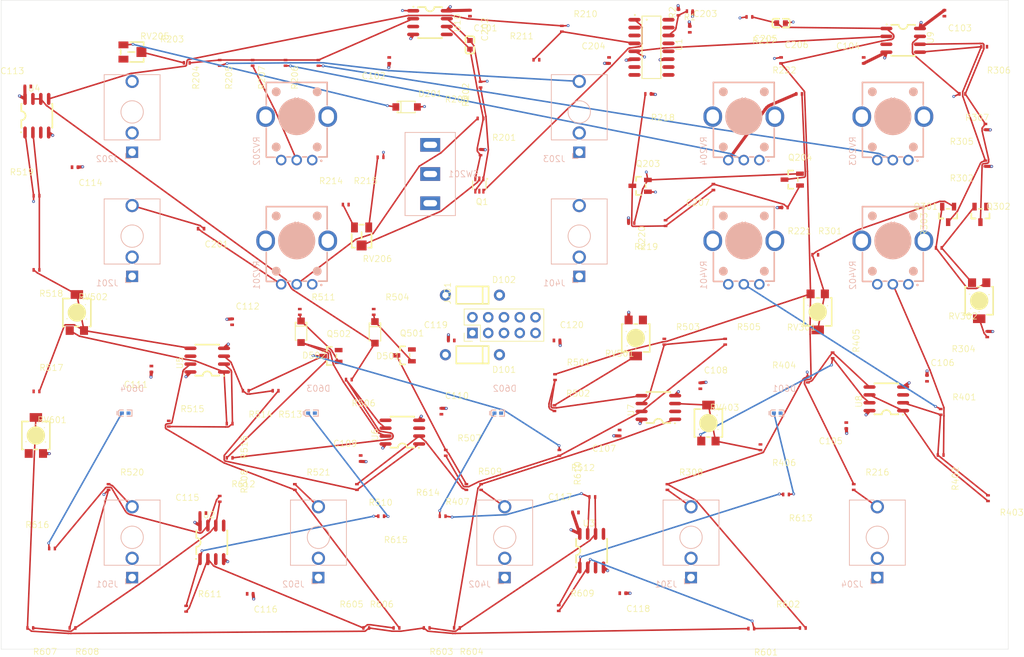
<source format=kicad_pcb>
(kicad_pcb (version 20221018) (generator jitx)
  (layers (0 F.Cu signal) (1 In1.Cu signal) (2 In2.Cu signal) (31 B.Cu signal) (34 "B.Paste" user) (35 "F.Paste" user) (36 "B.SilkS" user "B.Silkscreen") (37 "F.SilkS" user "F.Silkscreen") (38 "B.Mask" user) (39 "F.Mask" user) (44 "Edge.Cuts" user))
  (net 1 "Net-D201-Pad1")
  (net 2 "Net-D501-Pad1")
  (net 3 "Net-R205-Pad1")
  (net 4 "Net-SW201-Pad2")
  (net 5 "Net-D502-Pad1")
  (net 6 "Net-R403-Pad2")
  (net 7 "Net-R515-Pad2")
  (net 8 "Net-R206-Pad1")
  (net 9 "Net-R516-Pad2")
  (net 10 "Net-D601-Pad1")
  (net 11 "Net-R517-Pad2")
  (net 12 "Net-D602-Pad1")
  (net 13 "Net-12V")
  (net 14 "Net-D603-Pad1")
  (net 15 "Net-D604-Pad1")
  (net 16 "Net-J202-PadT")
  (net 17 "Net-R518-Pad1")
  (net 18 "Net-J203-PadT")
  (net 19 "Net-J204-PadT")
  (net 20 "Net-R601-Pad1")
  (net 21 "Net-J301-PadT")
  (net 22 "Net-R601-Pad2")
  (net 23 "Net-J401-PadT")
  (net 24 "Net-J402-PadT")
  (net 25 "Net-R603-Pad1")
  (net 26 "Net-J501-PadT")
  (net 27 "Net-J502-PadT")
  (net 28 "Net-R605-Pad1")
  (net 29 "Net-Q201-Pad1")
  (net 30 "Net-Q202-Pad2")
  (net 31 "Net-R607-Pad1")
  (net 32 "Net-Q203-Pad2")
  (net 33 "Net-R209-Pad2")
  (net 34 "Net-Q204-Pad3")
  (net 35 "Net-R207-Pad1")
  (net 36 "Net-R609-Pad1")
  (net 37 "Net-C202-Pad2")
  (net 38 "Net+12V")
  (net 39 "Net-R610-Pad1")
  (net 40 "Net-Q301-Pad1")
  (net 41 "Net-R611-Pad1")
  (net 42 "Net-Q301-Pad2")
  (net 43 "Net-R612-Pad1")
  (net 44 "Net-Q301-Pad3")
  (net 45 "Net-C201-Pad1")
  (net 46 "Net-D502-Pad2")
  (net 47 "Net-Q302-Pad1")
  (net 48 "Net-Q302-Pad3")
  (net 49 "Net-C201-Pad2")
  (net 51 "BaseSquare")
  (net 52 "Net-Q501-Pad3")
  (net 53 "BaseTriangle")
  (net 54 "Net-Q502-Pad3")
  (net 55 "Input+1")
  (net 56 "Net-R202-Pad1")
  (net 57 "Net-R214-Pad1")
  (net 58 "Net-R215-Pad2")
  (net 59 "Net-R304-Pad1")
  (net 60 "Net-R401-Pad1")
  (net 61 "Net-R401-Pad2")
  (net 62 "Net-R402-Pad1")
  (net 63 "Net-R404-Pad1")
  (net 64 "GND")
  (net 65 "Net-R405-Pad2")
  (net 66 "Net-R406-Pad2")
  (net 67 "Net-R501-Pad2")
  (net 68 "Net-R502-Pad1")
  (net 69 "Net-R503-Pad2")
  (net 70 "Net-R505-Pad2")
  (net 71 "LEDInvertedSaw")
  (net 72 "Net-R506-Pad2")
  (net 73 "Net-C202-Pad1")
  (net 74 "LEDPulse")
  (net 76 "Net-R509-Pad2")
  (net 81 "Net-C205-Pad1")
  (net 82 "LEDSaw")
  (net 84 "Net-C206-Pad1")
  (net 85 "Net-R203-Pad1")
  (net 87 "Net-R510-Pad2")
  (net 88 "Net-Q202-Pad3")
  (net 90 "LEDSine")
  (net 91 "Net-C207-Pad1")
  (net 92 "Net-R203-Pad2")
  (net 93 "Net-C207-Pad2")
  (net 94 "Net-R513-Pad2")
  (net 95 "Net-R210-Pad2")
  (net 96 "Net-D501-Pad2")
  (footprint "VCO:LED0402_RD_3" (layer B.Cu) (at 105.83 113.3 180.0)
    (fp_text reference "D603")
    (fp_text value "LED")
  )
  (footprint "VCO:Pkg0402" (layer F.Cu) (at 116.0 97.0 0.0)
    (fp_text value "100K" hide)
    (fp_text reference "R504")
  )
  (footprint "VCO:Pkg0402_1" (layer F.Cu) (at 192.1 115.3 180.0)
    (fp_text value "10n" hide)
    (fp_text reference "C105")
  )
  (footprint "VCO:Pkg0402" (layer F.Cu) (at 119.666666 147.9 90.0)
    (fp_text value "680K" hide)
    (fp_text reference "R606")
  )
  (footprint "VCO:Pkg0402" (layer F.Cu) (at 85.9 56.9 90.0)
    (fp_text value "2M2" hide)
    (fp_text reference "R203")
  )
  (footprint "VCO:SOD_123_L2_7_W1_6_LS3_8_RD_1" (layer F.Cu) (at 121.3 64.0 0.0)
    (fp_text reference "D201")
    (fp_text value "1N4148")
  )
  (footprint "VCO:Pkg0402" (layer F.Cu) (at 214.3 54.3 270.0)
    (fp_text value "7K5" hide)
    (fp_text reference "R306")
  )
  (footprint "VCO:SOIC_8_L5_0_W4_0_P1_27_LS6_0_BL" (layer F.Cu) (at 120.613936430623 116.360537538186 90.0)
    (fp_text reference "U6")
    (fp_text value "~")
  )
  (footprint "VCO:Pkg0402" (layer F.Cu) (at 95.4 109.7 270.0)
    (fp_text value "3K9" hide)
    (fp_text reference "R514")
  )
  (footprint "VCO:SOT_23_3_L2_9_W1_3_P1_90_LS2_4_TR_1" (layer F.Cu) (at 213.7 81.3 90.0)
    (fp_text reference "Q302")
    (fp_text value "2N3904")
  )
  (footprint "VCO:Pkg0402_1" (layer F.Cu) (at 88.5 129.4 90.0)
    (fp_text value "10n" hide)
    (fp_text reference "C115")
  )
  (footprint "VCO:Pkg0402" (layer F.Cu) (at 85.8 144.8 0.0)
    (fp_text value "680K" hide)
    (fp_text reference "R611")
  )
  (footprint "VCO:RES_TH_RK09K1130AAU_3" (layer B.Cu) (at 175.6 66.3 0.0)
    (fp_text reference "RV204")
    (fp_text value "50K")
  )
  (footprint "VCO:Pkg0402" (layer F.Cu) (at 145.2 107.5 0.0)
    (fp_text value "6K8" hide)
    (fp_text reference "R501")
  )
  (footprint "VCO:SOIC_16_L9_9_W3_9_P1_27_LS6_0_BL" (layer F.Cu) (at 160.725991421027 54.3956378109393 270.0)
    (fp_text reference "U1")
    (fp_text value "~")
  )
  (footprint "VCO:Pkg0402_1" (layer F.Cu) (at 118.5 56.5 180.0)
    (fp_text value "10n" hide)
    (fp_text reference "C102")
  )
  (footprint "VCO:Pkg0402" (layer F.Cu) (at 124.533332 147.9 270.0)
    (fp_text value "680K" hide)
    (fp_text reference "R603")
  )
  (footprint "VCO:Pkg0402" (layer F.Cu) (at 145.8 144.7 0.0)
    (fp_text value "680K" hide)
    (fp_text reference "R609")
  )
  (footprint "VCO:Pkg0402" (layer F.Cu) (at 91.2 127.1 0.0)
    (fp_text value "680K" hide)
    (fp_text reference "R612")
  )
  (footprint "VCO:Pkg0402" (layer F.Cu) (at 104.1 97.0 0.0)
    (fp_text value "100K" hide)
    (fp_text reference "R511")
  )
  (footprint "VCO:SOT_23_3_L2_9_W1_3_P1_90_LS2_4_TR_3" (layer F.Cu) (at 158.9 76.7 0.0)
    (fp_text reference "Q203")
    (fp_text value "2N3904")
  )
  (footprint "VCO:Pkg0402_1" (layer F.Cu) (at 93.2 98.6 0.0)
    (fp_text value "10n" hide)
    (fp_text reference "C112")
  )
  (footprint "VCO:Pkg0402" (layer F.Cu) (at 142.2 56.4 90.0)
    (fp_text value "10K" hide)
    (fp_text reference "R211")
  )
  (footprint "VCO:SOIC_8_L5_0_W4_0_P1_27_LS6_0_BL" (layer F.Cu) (at 161.838660579774 112.394946872897 90.0)
    (fp_text reference "U7")
    (fp_text value "~")
  )
  (footprint "VCO:Pkg0402" (layer F.Cu) (at 182.4 126.4 270.0)
    (fp_text value "75K" hide)
    (fp_text reference "R613")
  )
  (footprint "VCO:Pkg0402_1" (layer F.Cu) (at 153.9 56.5 180.0)
    (fp_text value "10n" hide)
    (fp_text reference "C204")
  )
  (footprint "VCO:Pkg0402" (layer F.Cu) (at 103.3 125.2 0.0)
    (fp_text value "1K" hide)
    (fp_text reference "R521")
  )
  (footprint "VCO:MTS_102_MTS_103_MTS_112_MTS_113_MTS_123" (layer B.Cu) (at 125.1 74.8 270.0)
    (fp_text reference "SW201")
    (fp_text value "SW_SPDT")
  )
  (footprint "VCO:Pkg0402" (layer F.Cu) (at 187.1 87.8 90.0)
    (fp_text value "220R" hide)
    (fp_text reference "R301")
  )
  (footprint "VCO:Pkg0402" (layer F.Cu) (at 165.071323796369 48.7766199041944 180.0)
    (fp_text value "10K" hide)
    (fp_text reference "R2")
  )
  (footprint "VCO:RES_TH_RK09K1130AAU_2" (layer B.Cu) (at 199.6 66.3 0.0)
    (fp_text reference "RV203")
    (fp_text value "50K")
  )
  (footprint "VCO:Pkg0402" (layer F.Cu) (at 127.1 129.9 90.0)
    (fp_text value "75K" hide)
    (fp_text reference "R614")
  )
  (footprint "VCO:Pkg0402_1" (layer F.Cu) (at 113.9 120.6 180.0)
    (fp_text value "10n" hide)
    (fp_text reference "C109")
  )
  (footprint "VCO:LED0402_RD_1" (layer B.Cu) (at 75.83 113.3 180.0)
    (fp_text reference "D604")
    (fp_text value "LED")
  )
  (footprint "VCO:Pkg0402" (layer F.Cu) (at 101.8 56.9 180.0)
    (fp_text value "3M3" hide)
    (fp_text reference "R207")
  )
  (footprint "VCO:RES_ADJ_SMD_3313J_1_1" (layer F.Cu) (at 77.1 55.15 270.0)
    (fp_text reference "RV205")
    (fp_text value "100K")
  )
  (footprint "VCO:Pkg0402" (layer F.Cu) (at 214.92 127.0 0.0)
    (fp_text value "150K" hide)
    (fp_text reference "R403")
  )
  (footprint "VCO:JACK_35MM_QINGPU_WQP_PJ398SM_VERTICAL_CIRCULARHOLES" (layer B.Cu) (at 77.1 91.28 180.0)
    (fp_text value "AudioJack2_SwitchT")
    (fp_text reference "J201")
  )
  (footprint "VCO:Pkg0402_1" (layer F.Cu) (at 88.2 83.6 270.0)
    (fp_text value "220n" hide)
    (fp_text reference "C201")
  )
  (footprint "VCO:Pkg0402" (layer F.Cu) (at 117.2 129.9 270.0)
    (fp_text value "75K" hide)
    (fp_text reference "R615")
  )
  (footprint "VCO:SOIC_8_L5_0_W4_0_P1_27_LS6_0_BL" (layer F.Cu) (at 198.548078210488 110.999365706727 90.0)
    (fp_text reference "U8")
    (fp_text value "~")
  )
  (footprint "VCO:SOD_123_L2_7_W1_6_LS3_8_RD_2" (layer F.Cu) (at 116.2 100.3 270.0)
    (fp_text reference "D501")
    (fp_text value "1N4148")
  )
  (footprint "VCO:Pkg0402" (layer F.Cu) (at 163.0 82.7 180.0)
    (fp_text value "22K" hide)
    (fp_text reference "R220")
  )
  (footprint "VCO:Pkg0402" (layer F.Cu) (at 112.0 107.9 270.0)
    (fp_text value "7K5" hide)
    (fp_text reference "R506")
  )
  (footprint "VCO:RES_ADJ_SMD_3313J_1" (layer F.Cu) (at 114.05 84.8 180.0)
    (fp_text reference "RV206")
    (fp_text value "100R")
  )
  (footprint "VCO:JACK_35MM_QINGPU_WQP_PJ398SM_VERTICAL_CIRCULARHOLES" (layer B.Cu) (at 77.1 71.28 180.0)
    (fp_text value "AudioJack2_SwitchT")
    (fp_text reference "J202")
  )
  (footprint "VCO:Pkg0402_1" (layer F.Cu) (at 155.6 116.5 180.0)
    (fp_text value "10n" hide)
    (fp_text reference "C107")
  )
  (footprint "VCO:Pkg0402" (layer F.Cu) (at 64.2 135.1 90.0)
    (fp_text value "75K" hide)
    (fp_text reference "R616")
  )
  (footprint "VCO:Pkg0402" (layer F.Cu) (at 91.2 56.9 180.0)
    (fp_text value "100K" hide)
    (fp_text reference "R204")
  )
  (footprint "VCO:Pkg0402" (layer F.Cu) (at 163.3 125.2 0.0)
    (fp_text value "1K" hide)
    (fp_text reference "R308")
  )
  (footprint "VCO:Pkg0402" (layer F.Cu) (at 92.8 115.0 270.0)
    (fp_text value "3K9" hide)
    (fp_text reference "R516")
  )
  (footprint "VCO:RES_TH_RK09K1130AAU_1" (layer B.Cu) (at 103.6 66.3 0.0)
    (fp_text reference "RV202")
    (fp_text value "50K")
  )
  (footprint "VCO:RES_ADJ_SMD_3314G_1_103E_2" (layer F.Cu) (at 187.5 97.0 180.0)
    (fp_text reference "RV301")
    (fp_text value "10K")
  )
  (footprint "VCO:SOT_23_3_L2_9_W1_3_P1_90_LS2_4_TR_2" (layer F.Cu) (at 109.1 104.1 0.0)
    (fp_text reference "Q502")
    (fp_text value "2N3904")
  )
  (footprint "VCO:JACK_35MM_QINGPU_WQP_PJ398SM_VERTICAL_CIRCULARHOLES" (layer B.Cu) (at 149.1 71.28 180.0)
    (fp_text value "AudioJack2_SwitchT")
    (fp_text reference "J203")
  )
  (footprint "VCO:Pkg0402_1" (layer F.Cu) (at 148.5 129.3 90.0)
    (fp_text value "10n" hide)
    (fp_text reference "C117")
  )
  (footprint "VCO:Pkg0402" (layer F.Cu) (at 176.5 49.5 270.0)
    (fp_text value "1M" hide)
    (fp_text reference "R217")
  )
  (footprint "VCO:SOIC_8_L5_0_W4_0_P1_27_LS6_0_BL" (layer F.Cu) (at 201.259095609091 53.2690880193944 270.0)
    (fp_text reference "U9")
    (fp_text value "~")
  )
  (footprint "VCO:Pkg0402" (layer F.Cu) (at 162.8 101.8 0.0)
    (fp_text value "6K8" hide)
    (fp_text reference "R503")
  )
  (footprint "VCO:Pkg0402_1" (layer F.Cu) (at 194.9 56.5 180.0)
    (fp_text value "10n" hide)
    (fp_text reference "C104")
  )
  (footprint "VCO:Pkg0402" (layer F.Cu) (at 114.8 147.9 90.0)
    (fp_text value "680K" hide)
    (fp_text reference "R605")
  )
  (footprint "VCO:Pkg0402" (layer F.Cu) (at 133.2 65.85 90.0)
    (fp_text value "6K8" hide)
    (fp_text reference "R202")
  )
  (footprint "VCO:RES_ADJ_SMD_3314G_1_103E_4" (layer F.Cu) (at 213.5 95.2 180.0)
    (fp_text reference "RV302")
    (fp_text value "10K")
  )
  (footprint "VCO:JACK_35MM_QINGPU_WQP_PJ398SM_VERTICAL_CIRCULARHOLES" (layer B.Cu) (at 197.1 139.78 180.0)
    (fp_text value "AudioJack2_SwitchT")
    (fp_text reference "J204")
  )
  (footprint "VCO:Pkg0402" (layer F.Cu) (at 214.5 67.2 180.0)
    (fp_text value "10K" hide)
    (fp_text reference "R305")
  )
  (footprint "VCO:Pkg0402" (layer F.Cu) (at 100.2 109.7 270.0)
    (fp_text value "3K9" hide)
    (fp_text reference "R513")
  )
  (footprint "VCO:SOT_23_3_L2_9_W1_3_P1_90_LS2_4_TR_4" (layer F.Cu) (at 208.5 81.3 90.0)
    (fp_text reference "Q301")
    (fp_text value "2N3904")
  )
  (footprint "VCO:Pkg0402_1" (layer F.Cu) (at 67.9 73.7 270.0)
    (fp_text value "10n" hide)
    (fp_text reference "C114")
  )
  (footprint "VCO:Pkg0402" (layer F.Cu) (at 117.1 72.1 270.0)
    (fp_text value "47R" hide)
    (fp_text reference "R215")
  )
  (footprint "VCO:RES_ADJ_SMD_3314G_1_103E_5" (layer F.Cu) (at 169.9 114.9 0.0)
    (fp_text reference "RV403")
    (fp_text value "10K")
  )
  (footprint "VCO:Pkg0402" (layer F.Cu) (at 133.3 125.2 180.0)
    (fp_text value "1K" hide)
    (fp_text reference "R407")
  )
  (footprint "VCO:JACK_35MM_QINGPU_WQP_PJ398SM_VERTICAL_CIRCULARHOLES" (layer B.Cu) (at 167.1 139.78 180.0)
    (fp_text value "AudioJack2_SwitchT")
    (fp_text reference "J301")
  )
  (footprint "VCO:Pkg0402_1" (layer F.Cu) (at 131.5 48.9 0.0)
    (fp_text value "10n" hide)
    (fp_text reference "C101")
  )
  (footprint "VCO:Pkg0402" (layer F.Cu) (at 185.1 147.9 90.0)
    (fp_text value "680K" hide)
    (fp_text reference "R602")
  )
  (footprint "VCO:Pkg0402" (layer F.Cu) (at 67.5 147.9 270.0)
    (fp_text value "680K" hide)
    (fp_text reference "R608")
  )
  (footprint "VCO:RES_TH_RK09K1130AAU" (layer B.Cu) (at 103.6 86.3 0.0)
    (fp_text reference "RV201")
    (fp_text value "50K")
  )
  (footprint "VCO:SOIC_8_L5_0_W4_0_P1_27_LS6_0_BL" (layer F.Cu) (at 125.063886757207 50.4149848689879 270.0)
    (fp_text reference "U10")
    (fp_text value "~")
  )
  (footprint "VCO:Pkg0402" (layer F.Cu) (at 207.0 86.7 90.0)
    (fp_text value "330R" hide)
    (fp_text reference "R303")
  )
  (footprint "VCO:Pkg0402" (layer F.Cu) (at 113.3 125.2 0.0)
    (fp_text value "7K5" hide)
    (fp_text reference "R510")
  )
  (footprint "VCO:RES_ADJ_SMD_3314G_1_103E" (layer F.Cu) (at 158.2 101.2 180.0)
    (fp_text reference "RV501")
    (fp_text value "10K")
  )
  (footprint "VCO:SOD_123_L2_7_W1_6_LS3_8_RD" (layer F.Cu) (at 104.3 100.2 270.0)
    (fp_text reference "D502")
    (fp_text value "1N4148")
  )
  (footprint "VCO:JACK_35MM_QINGPU_WQP_PJ398SM_VERTICAL_CIRCULARHOLES" (layer B.Cu) (at 149.1 91.28 180.0)
    (fp_text value "AudioJack2_SwitchT")
    (fp_text reference "J401")
  )
  (footprint "VCO:SOT_363_L2_0_W1_3_P0_65_LS2_1_BL" (layer F.Cu) (at 133.012406474122 76.5706591916229 180.0)
    (fp_text reference "Q1")
    (fp_text value "~")
  )
  (footprint "VCO:Pkg0402_1" (layer F.Cu) (at 80.2 106.2 180.0)
    (fp_text value "10n" hide)
    (fp_text reference "C111")
  )
  (footprint "VCO:Pkg0402" (layer F.Cu) (at 146.3 51.4 0.0)
    (fp_text value "100K" hide)
    (fp_text reference "R210")
  )
  (footprint "VCO:Pkg0402" (layer F.Cu) (at 189.9 104.0 0.0)
    (fp_text value "2M" hide)
    (fp_text reference "R405")
  )
  (footprint "VCO:LED0402_RD_2" (layer B.Cu) (at 180.83 113.3 180.0)
    (fp_text reference "D601")
    (fp_text value "LED")
  )
  (footprint "VCO:Pkg0402_1" (layer F.Cu) (at 166.9 51.5 0.0)
    (fp_text value "10n" hide)
    (fp_text reference "C203")
  )
  (footprint "VCO:Pkg0402" (layer F.Cu) (at 73.3 125.2 0.0)
    (fp_text value "1K" hide)
    (fp_text reference "R520")
  )
  (footprint "VCO:RES_ADJ_SMD_3314G_1_103E_1" (layer F.Cu) (at 68.2 97.1 0.0)
    (fp_text reference "RV502")
    (fp_text value "10K")
  )
  (footprint "VCO:JACK_35MM_QINGPU_WQP_PJ398SM_VERTICAL_CIRCULARHOLES" (layer B.Cu) (at 137.1 139.78 180.0)
    (fp_text value "AudioJack2_SwitchT")
    (fp_text reference "J402")
  )
  (footprint "VCO:Pkg0402" (layer F.Cu) (at 184.5 61.9 90.0)
    (fp_text value "33K" hide)
    (fp_text reference "R222")
  )
  (footprint "VCO:Pkg0402" (layer F.Cu) (at 92.8 120.5 270.0)
    (fp_text value "7K5" hide)
    (fp_text reference "R508")
  )
  (footprint "VCO:DO_41_BD2_4_L4_7_P8_70_D0_9_FD" (layer F.Cu) (at 131.9 103.9 0.0)
    (fp_text reference "D101")
    (fp_text value "1N5819")
  )
  (footprint "VCO:Pkg0402_1" (layer F.Cu) (at 181.6 56.5 0.0)
    (fp_text value "10n" hide)
    (fp_text reference "C206")
  )
  (footprint "VCO:Pkg0402" (layer F.Cu) (at 107.1 56.9 180.0)
    (fp_text value "100K" hide)
    (fp_text reference "R206")
  )
  (footprint "VCO:RES_ADJ_SMD_3314G_1_103E_3" (layer F.Cu) (at 61.6 116.9 0.0)
    (fp_text reference "RV601")
    (fp_text value "10K")
  )
  (footprint "VCO:JACK_35MM_QINGPU_WQP_PJ398SM_VERTICAL_CIRCULARHOLES" (layer B.Cu) (at 77.1 139.78 180.0)
    (fp_text value "AudioJack2_SwitchT")
    (fp_text reference "J501")
  )
  (footprint "VCO:Pkg0402" (layer F.Cu) (at 207.3 120.05 270.0)
    (fp_text value "330K" hide)
    (fp_text reference "R402")
  )
  (footprint "VCO:Pkg0402_1" (layer F.Cu) (at 145.5 101.6 90.0)
    (fp_text value "100n" hide)
    (fp_text reference "C120")
  )
  (footprint "VCO:Pkg0402" (layer F.Cu) (at 61.7 90.24 270.0)
    (fp_text value "680K" hide)
    (fp_text reference "R518")
  )
  (footprint "VCO:SOIC_8_L5_0_W4_0_P1_27_LS6_0_BL" (layer F.Cu) (at 89.9325723100296 134.110823185485 0.0)
    (fp_text reference "U2")
    (fp_text value "~")
  )
  (footprint "VCO:Pkg0402_1" (layer F.Cu) (at 170.7 76.9 180.0)
    (fp_text value "47p" hide)
    (fp_text reference "C207")
  )
  (footprint "VCO:Pkg0402" (layer F.Cu) (at 157.5 82.7 270.0)
    (fp_text value "75K" hide)
    (fp_text reference "R219")
  )
  (footprint "VCO:Pkg0402" (layer F.Cu) (at 172.6 101.8 0.0)
    (fp_text value "6K8" hide)
    (fp_text reference "R505")
  )
  (footprint "VCO:JACK_35MM_QINGPU_WQP_PJ398SM_VERTICAL_CIRCULARHOLES" (layer B.Cu) (at 107.1 139.78 180.0)
    (fp_text value "AudioJack2_SwitchT")
    (fp_text reference "J502")
  )
  (footprint "VCO:Pkg0402" (layer F.Cu) (at 166.900270525422 48.5743711618014 270.0)
    (fp_text value "10K" hide)
    (fp_text reference "R1")
  )
  (footprint "VCO:Pkg0402_1" (layer F.Cu) (at 205.1 107.7 0.0)
    (fp_text value "10n" hide)
    (fp_text reference "C106")
  )
  (footprint "VCO:Pkg0402" (layer F.Cu) (at 60.7 147.9 270.0)
    (fp_text value "680K" hide)
    (fp_text reference "R607")
  )
  (footprint "VCO:Pkg0402" (layer F.Cu) (at 151.2 126.8 90.0)
    (fp_text value "680K" hide)
    (fp_text reference "R610")
  )
  (footprint "VCO:Pkg0402" (layer F.Cu) (at 210.8 61.9 270.0)
    (fp_text value "7K5" hide)
    (fp_text reference "R307")
  )
  (footprint "VCO:Pkg0402" (layer F.Cu) (at 83.0 115.0 0.0)
    (fp_text value "3K9" hide)
    (fp_text reference "R515")
  )
  (footprint "VCO:SOT_23_3_L2_9_W1_3_P1_90_LS2_4_TR_5" (layer F.Cu) (at 120.9 104.0 0.0)
    (fp_text reference "Q501")
    (fp_text value "2N3904")
  )
  (footprint "VCO:Pkg0402_1" (layer F.Cu) (at 96.1 142.4 270.0)
    (fp_text value "10n" hide)
    (fp_text reference "C116")
  )
  (footprint "VCO:Pkg0402" (layer F.Cu) (at 193.3 125.2 0.0)
    (fp_text value "1K" hide)
    (fp_text reference "R216")
  )
  (footprint "VCO:Pkg0402" (layer F.Cu) (at 145.1 112.5 0.0)
    (fp_text value "6K8" hide)
    (fp_text reference "R502")
  )
  (footprint "VCO:SOIC_8_L5_0_W4_0_P1_27_LS6_0_BL" (layer F.Cu) (at 151.091630812278 135.450515927339 0.0)
    (fp_text reference "U3")
    (fp_text value "~")
  )
  (footprint "VCO:PINHEADER_2X05_P254MM_VERTICAL" (layer F.Cu) (at 131.9 100.4 90.0)
    (fp_text value "Conn_02x05_Odd_Even")
    (fp_text reference "J101")
  )
  (footprint "VCO:Pkg0402_1" (layer F.Cu) (at 207.9 48.9 0.0)
    (fp_text value "10n" hide)
    (fp_text reference "C103")
  )
  (footprint "VCO:Pkg0402" (layer F.Cu) (at 129.4 147.9 270.0)
    (fp_text value "680K" hide)
    (fp_text reference "R604")
  )
  (footprint "VCO:Pkg0402" (layer F.Cu) (at 133.2 71.3 0.0)
    (fp_text value "1M5" hide)
    (fp_text reference "R201")
  )
  (footprint "VCO:Pkg0402" (layer F.Cu) (at 214.8 100.6 180.0)
    (fp_text value "15K" hide)
    (fp_text reference "R304")
  )
  (footprint "VCO:LED0402_RD" (layer B.Cu) (at 135.83 113.3 180.0)
    (fp_text reference "D602")
    (fp_text value "LED")
  )
  (footprint "VCO:Pkg0402" (layer F.Cu) (at 145.9 119.7 0.0)
    (fp_text value "1K5" hide)
    (fp_text reference "R512")
  )
  (footprint "VCO:SOT_23_3_L2_9_W1_3_P1_90_LS2_4_TR" (layer F.Cu) (at 183.4 75.7 0.0)
    (fp_text reference "Q204")
    (fp_text value "2N3904")
  )
  (footprint "VCO:Pkg0402_1" (layer F.Cu) (at 60.3 60.7 90.0)
    (fp_text value "10n" hide)
    (fp_text reference "C113")
  )
  (footprint "VCO:Pkg0402" (layer F.Cu) (at 111.5 79.72 90.0)
    (fp_text value "820R" hide)
    (fp_text reference "R214")
  )
  (footprint "VCO:Pkg0402" (layer F.Cu) (at 178.28 118.8 0.0)
    (fp_text value "2K2" hide)
    (fp_text reference "R406")
  )
  (footprint "VCO:DO_41_BD2_4_L4_7_P8_70_D0_9_FD_1" (layer F.Cu) (at 131.9 94.3 0.0)
    (fp_text reference "D102")
    (fp_text value "1N5819")
  )
  (footprint "VCO:C0603_1" (layer F.Cu) (at 181.6 50.5 180.0)
    (fp_text reference "C205")
    (fp_text value "1n")
  )
  (footprint "VCO:Pkg0402" (layer F.Cu) (at 176.8 148.0 270.0)
    (fp_text value "680K" hide)
    (fp_text reference "R601")
  )
  (footprint "VCO:RES_TH_RK09K1130AAU_5" (layer B.Cu) (at 199.6 86.3 0.0)
    (fp_text reference "RV402")
    (fp_text value "50K")
  )
  (footprint "VCO:Pkg0402" (layer F.Cu) (at 214.5 73.1 180.0)
    (fp_text value "10K" hide)
    (fp_text reference "R302")
  )
  (footprint "VCO:SOIC_8_L5_0_W4_0_P1_27_LS6_0_BL" (layer F.Cu) (at 61.7545466965958 65.41012877026 0.0)
    (fp_text reference "U4")
    (fp_text value "~")
  )
  (footprint "VCO:Pkg0402" (layer F.Cu) (at 130.92 125.2 0.0)
    (fp_text value "7K5" hide)
    (fp_text reference "R509")
  )
  (footprint "VCO:Pkg0402_1" (layer F.Cu) (at 126.9 113.0 0.0)
    (fp_text value "10n" hide)
    (fp_text reference "C110")
  )
  (footprint "VCO:Pkg0402" (layer F.Cu) (at 133.2 60.4 180.0)
    (fp_text value "22K" hide)
    (fp_text reference "R208")
  )
  (footprint "VCO:Pkg0402" (layer F.Cu) (at 185.9 107.9 180.0)
    (fp_text value "2K2" hide)
    (fp_text reference "R404")
  )
  (footprint "VCO:C0603" (layer F.Cu) (at 131.5 54.0 90.0)
    (fp_text reference "C202")
    (fp_text value "1n")
  )
  (footprint "VCO:Pkg0402" (layer F.Cu) (at 61.7 78.3 90.0)
    (fp_text value "680K" hide)
    (fp_text reference "R519")
  )
  (footprint "VCO:Pkg0402" (layer F.Cu) (at 182.2 80.18 270.0)
    (fp_text value "560K" hide)
    (fp_text reference "R221")
  )
  (footprint "VCO:Pkg0402" (layer F.Cu) (at 127.6 119.7 0.0)
    (fp_text value "1K5" hide)
    (fp_text reference "R507")
  )
  (footprint "VCO:SOIC_8_L5_0_W4_0_P1_27_LS6_0_BL" (layer F.Cu) (at 89.1906787655218 104.769409136268 90.0)
    (fp_text reference "U5")
    (fp_text value "~")
  )
  (footprint "VCO:Pkg0402_1" (layer F.Cu) (at 168.6 108.9 0.0)
    (fp_text value "10n" hide)
    (fp_text reference "C108")
  )
  (footprint "VCO:Pkg0402" (layer F.Cu) (at 96.5 56.9 180.0)
    (fp_text value "100K" hide)
    (fp_text reference "R205")
  )
  (footprint "VCO:RES_TH_RK09K1130AAU_4" (layer B.Cu) (at 175.6 86.3 0.0)
    (fp_text reference "RV401")
    (fp_text value "50K")
  )
  (footprint "VCO:Pkg0402" (layer F.Cu) (at 207.3 113.1 0.0)
    (fp_text value "150K" hide)
    (fp_text reference "R401")
  )
  (footprint "VCO:Pkg0402_1" (layer F.Cu) (at 128.5 101.6 90.0)
    (fp_text value "100n" hide)
    (fp_text reference "C119")
  )
  (footprint "VCO:Pkg0402" (layer F.Cu) (at 61.7 109.8 90.0)
    (fp_text value "10K" hide)
    (fp_text reference "R517")
  )
  (footprint "VCO:Pkg0402_1" (layer F.Cu) (at 156.1 142.3 270.0)
    (fp_text value "10n" hide)
    (fp_text reference "C118")
  )
  (footprint "VCO:Pkg0402" (layer F.Cu) (at 160.2 61.9 270.0)
    (fp_text value "180K" hide)
    (fp_text reference "R218")
  )
  (segment (start 165.075738180469 109.841946772897) (end 164.544160579774 110.489946872897) (layer F.Cu) (width 0.5) (net 13))
  (segment (start 123.319436430623 114.455537538186) (end 123.664532318143 113.807537438186) (layer F.Cu) (width 0.5) (net 13))
  (segment (start 121.964354685998 52.994663152147) (end 122.358386757207 52.319984868988) (layer F.Cu) (width 0.5) (net 13))
  (segment (start 157.286068505792 142.30660049783) (end 156.578611218113 142.3) (layer F.Cu) (width 0.5) (net 13))
  (segment (start 69.1282613708049 73.6329655942228) (end 68.3786112181134 73.7) (layer F.Cu) (width 0.5) (net 13))
  (segment (start 165.023800120441 47.6820494967666) (end 165.071323796369 48.316758686081) (layer F.Cu) (width 0.5) (net 13))
  (segment (start 133.976540783603 70.8855935369652) (end 133.2 70.8401387818866) (layer F.Cu) (width 0.5) (net 13))
  (segment (start 157.040138781887 82.7) (end 157.027010421188 81.8628688719493) (layer F.Cu) (width 0.5) (net 13))
  (segment (start 214.8 100.140138781887) (end 215.678634978161 100.159615908268) (layer F.Cu) (width 0.5) (net 13))
  (segment (start 153.672161801766 138.669226867155) (end 152.996630812278 138.156015927339) (layer F.Cu) (width 0.5) (net 13))
  (segment (start 180.971608363262 80.2080805953604) (end 181.740138781887 80.18) (layer F.Cu) (width 0.5) (net 13))
  (segment (start 205.1 107.221388781887) (end 205.108497147877 106.514973504813) (layer F.Cu) (width 0.5) (net 13))
  (segment (start 118.5 56.9786112181134) (end 118.423330041306 57.6595262542053) (layer F.Cu) (width 0.5) (net 13))
  (segment (start 198.281456852625 56.0920140529609) (end 198.553595609091 55.1740880193944) (layer F.Cu) (width 0.5) (net 13))
  (segment (start 202.221206751535 108.423240146073) (end 201.253578210488 109.094365706727) (layer F.Cu) (width 0.5) (net 13))
  (segment (start 146.034932962701 102.415936524415) (end 145.978611218113 101.6) (layer F.Cu) (width 0.5) (net 13))
  (segment (start 153.9 56.9786112181134) (end 153.164101801875 56.9712782061232) (layer F.Cu) (width 0.5) (net 13))
  (segment (start 198.553595609091 55.1740880193944) (end 194.9 56.9786112181134) (layer F.Cu) (width 0.5) (net 13))
  (segment (start 156.663515787027 56.4722483954499) (end 157.990491421027 56.3006378109394) (layer F.Cu) (width 0.5) (net 13))
  (segment (start 63.6595466965959 68.1156287702599) (end 64.3075467965959 68.5715355575166) (layer F.Cu) (width 0.5) (net 13))
  (segment (start 127.680189076273 112.53798306157) (end 126.9 112.521388781887) (layer F.Cu) (width 0.5) (net 13))
  (segment (start 92.4855724100297 137.214518416699) (end 91.8375723100297 136.816323185485) (layer F.Cu) (width 0.5) (net 13))
  (segment (start 91.8961787655217 102.864409136268) (end 92.5909826830096 102.202018979571) (layer F.Cu) (width 0.5) (net 13))
  (segment (start 168.6 108.421388781887) (end 169.510987317227 108.335527160936) (layer F.Cu) (width 0.5) (net 13))
  (segment (start 96.6735517843182 143.2337851023) (end 96.5786112181134 142.4) (layer F.Cu) (width 0.5) (net 13))
  (segment (start 92.3593335252765 98.1915275860926) (end 93.2 98.1213887818866) (layer F.Cu) (width 0.5) (net 13))
  (segment (start 182.2925 50.4970000000001) (end 183.549748719593 50.3266642944129) (layer F.Cu) (width 0.25) (net 81))
  (segment (start 117.57146176404 71.2963162723054) (end 117.559861218113 72.1) (layer F.Cu) (width 0.25) (net 33))
  (segment (start 120.631445687015 48.4742534047481) (end 122.358386757207 48.5099848689879) (layer F.Cu) (width 0.25) (net 33))
  (segment (start 189.9 103.540138781887) (end 195.842578210488 109.094365706727) (layer F.Cu) (width 0.25) (net 63))
  (segment (start 189.9 103.540138781887) (end 189.424955357287 104.128356340371) (layer F.Cu) (width 0.25) (net 63))
  (arc (start 189.424955357287 104.128356340371) (mid 189.421048336127 104.133335845987) (end 189.417282921993 104.138423276273) (layer F.Cu) (width 0.25) (net 63))
  (segment (start 189.417282921993 104.138423276273) (end 186.666943643796 107.965819861432) (layer F.Cu) (width 0.25) (net 63))
  (arc (start 186.666943643796 107.965819861432) (mid 186.55064450604 108.085989567548) (end 186.404685750546 108.167612416098) (layer F.Cu) (width 0.25) (net 63))
  (segment (start 186.404685750546 108.167612416098) (end 185.9 108.359861218113) (layer F.Cu) (width 0.25) (net 63))
  (segment (start 203.964595609091 55.1740880193944) (end 213.840138781887 54.3) (layer F.Cu) (width 0.25) (net 44))
  (segment (start 214.5 72.6401387818866) (end 210.857447776936 62.2745953686433) (layer F.Cu) (width 0.25) (net 44))
  (arc (start 210.857447776936 62.2745953686433) (mid 210.847926586017 62.2378365012891) (end 210.844722436227 62.2) (layer F.Cu) (width 0.25) (net 44))
  (segment (start 210.844722436227 62.2) (end 210.844722436227 61.6) (layer F.Cu) (width 0.25) (net 44))
  (arc (start 210.844722436227 61.6) (mid 210.849020312769 61.5562327439593) (end 210.861749749128 61.5141375435903) (layer F.Cu) (width 0.25) (net 44))
  (segment (start 210.861749749128 61.5141375435903) (end 213.840138781887 54.3) (layer F.Cu) (width 0.25) (net 44))
  (segment (start 214.5 72.6401387818866) (end 213.995314249454 72.8323875839015) (layer F.Cu) (width 0.25) (net 44))
  (arc (start 213.995314249454 72.8323875839015) (mid 213.810882410627 72.9463874605387) (end 213.681778620786 73.1205807052266) (layer F.Cu) (width 0.25) (net 44))
  (segment (start 213.681778620786 73.1205807052266) (end 210.002782278823 80.7729902425653) (layer F.Cu) (width 0.25) (net 44))
  (arc (start 210.002782278823 80.7729902425653) (mid 209.988607558308 80.7981873626294) (end 209.971318931435 80.8213589172176) (layer F.Cu) (width 0.25) (net 44))
  (segment (start 209.971318931435 80.8213589172176) (end 208.5 82.5495) (layer F.Cu) (width 0.25) (net 44))
  (segment (start 161.361113885328 61.9832344654892) (end 160.659861218113 61.9) (layer F.Cu) (width 0.5) (net 38))
  (segment (start 215.294978673523 67.6846758178215) (end 214.5 67.6598612181134) (layer F.Cu) (width 0.5) (net 38))
  (segment (start 158.880469544997 114.976667402749) (end 159.133160579774 114.299946872897) (layer F.Cu) (width 0.5) (net 38))
  (segment (start 128.037028588771 100.683242623801) (end 128.021388781887 101.6) (layer F.Cu) (width 0.5) (net 38))
  (segment (start 127.769386757207 48.5099848689879) (end 128.328689728195 47.8619847689879) (layer F.Cu) (width 0.5) (net 38))
  (segment (start 59.8495466965959 62.70462877026) (end 58.9563704917399 62.2165529925968) (layer F.Cu) (width 0.5) (net 38))
  (segment (start 154.656422748084 116.947889241308) (end 155.6 116.978611218113) (layer F.Cu) (width 0.5) (net 38))
  (segment (start 131.5 48.4213887818866) (end 127.769386757207 48.5099848689879) (layer F.Cu) (width 0.5) (net 38))
  (segment (start 85.7699893707887 107.433333681789) (end 86.4851787655217 106.674409136268) (layer F.Cu) (width 0.5) (net 38))
  (segment (start 59.8213887818866 60.7) (end 59.8495466965959 62.70462877026) (layer F.Cu) (width 0.5) (net 38))
  (segment (start 157.065522878254 97.0652749171564) (end 157.05 98.2999999999999) (layer F.Cu) (width 0.5) (net 38))
  (segment (start 88.0275723100296 131.405323185485) (end 87.1917952571811 130.890174750513) (layer F.Cu) (width 0.5) (net 38))
  (segment (start 80.1332350468016 107.504248414224) (end 80.2 106.678611218113) (layer F.Cu) (width 0.5) (net 38))
  (segment (start 167.34136833461 49.4254817806233) (end 167.360131743536 48.5743711618014) (layer F.Cu) (width 0.5) (net 38))
  (segment (start 195.285072351129 113.567263265992) (end 195.842578210488 112.904365706727) (layer F.Cu) (width 0.5) (net 38))
  (segment (start 88.0275723100296 131.405323185485) (end 88.0213887818866 129.4) (layer F.Cu) (width 0.5) (net 38))
  (segment (start 114.770350407574 121.116886135757) (end 113.9 121.078611218113) (layer F.Cu) (width 0.5) (net 38))
  (segment (start 63.7640001000001 119.821704790536) (end 62.7500000000001 119.8) (layer F.Cu) (width 0.5) (net 38))
  (segment (start 173.1 72.5505) (end 179.038902541019 64.3914279520437) (layer F.Cu) (width 0.5) (net 38))
  (arc (start 179.038902541019 64.3914279520437) (mid 179.043501966848 64.3852530126127) (end 179.048236113974 64.3791807440155) (layer F.Cu) (width 0.5) (net 38))
  (segment (start 179.048236113974 64.3791807440155) (end 179.258987400894 64.1149069891071) (layer F.Cu) (width 0.5) (net 38))
  (arc (start 179.258987400894 64.1149069891071) (mid 179.285141046342 64.0856410463424) (end 179.314406989107 64.0594874008939) (layer F.Cu) (width 0.5) (net 38))
  (segment (start 179.314406989107 64.0594874008939) (end 179.578680744016 63.8487361139744) (layer F.Cu) (width 0.5) (net 38))
  (arc (start 179.578680744016 63.8487361139744) (mid 179.610690947886 63.8260236631083) (end 179.645042865975 63.8070380290723) (layer F.Cu) (width 0.5) (net 38))
  (segment (start 179.645042865975 63.8070380290723) (end 179.94958729929 63.6603771596887) (layer F.Cu) (width 0.5) (net 38))
  (arc (start 179.94958729929 63.6603771596887) (mid 179.956318009807 63.6572234221031) (end 179.963114174537 63.6542133274535) (layer F.Cu) (width 0.5) (net 38))
  (segment (start 179.963114174537 63.6542133274535) (end 184.040138781887 61.9) (layer F.Cu) (width 0.5) (net 38))
  (segment (start 204.148188515003 50.3895508771287) (end 203.964595609091 51.3640880193944) (layer F.Cu) (width 0.5) (net 38))
  (segment (start 192.165471233242 116.570709023106) (end 192.1 115.778611218113) (layer F.Cu) (width 0.5) (net 38))
  (segment (start 163.461491421027 56.3006378109394) (end 162.120249271217 56.4051121219569) (layer F.Cu) (width 0.5) (net 38))
  (segment (start 207.9 48.4213887818866) (end 203.964595609091 51.3640880193944) (layer F.Cu) (width 0.5) (net 38))
  (segment (start 147.781963212738 132.075020478641) (end 149.186630812278 132.745015927339) (layer F.Cu) (width 0.5) (net 38))
  (segment (start 117.908436430623 118.265537538186) (end 117.458517328305 118.913537638186) (layer F.Cu) (width 0.5) (net 38))
  (segment (start 166.820415841629 50.3013238963835) (end 166.9 51.0213887818866) (layer F.Cu) (width 0.5) (net 38))
  (segment (start 214.5 73.5598612181134) (end 215.506181013369 73.5748744068499) (layer F.Cu) (width 0.5) (net 38))
  (segment (start 149.186630812278 132.745015927339) (end 148.021388781887 129.3) (layer F.Cu) (width 0.5) (net 38))
  (segment (start 90.5675723100296 131.405323185485) (end 89.6963258168507 132.424176963663) (layer F.Cu) (width 0.25) (net 31))
  (arc (start 89.6963258168507 132.424176963663) (mid 89.6816728370954 132.43974915153) (end 89.6656078324164 132.453860086132) (layer F.Cu) (width 0.25) (net 31))
  (segment (start 89.6656078324164 132.453860086132) (end 89.564249405935 132.53469073399) (layer F.Cu) (width 0.25) (net 31))
  (arc (start 89.564249405935 132.53469073399) (mid 89.5606954625709 132.537467099913) (end 89.5570865870781 132.540171677302) (layer F.Cu) (width 0.25) (net 31))
  (segment (start 89.5570865870781 132.540171677302) (end 78.1981223865613 140.876393026868) (layer F.Cu) (width 0.25) (net 31))
  (arc (start 78.1981223865613 140.876393026868) (mid 78.1952177951575 140.878489307112) (end 78.1922801997041 140.880539081498) (layer F.Cu) (width 0.25) (net 31))
  (segment (start 78.1922801997041 140.880539081498) (end 67.9598612181134 147.9) (layer F.Cu) (width 0.25) (net 31))
  (segment (start 90.5675723100296 131.405323185485) (end 91.2 127.559861218113) (layer F.Cu) (width 0.25) (net 31))
  (segment (start 61.1598612181134 147.9) (end 66.8292907552541 148.424044922241) (layer F.Cu) (width 0.25) (net 31))
  (arc (start 66.8292907552541 148.424044922241) (mid 66.8396343718054 148.424761103735) (end 66.85 148.425) (layer F.Cu) (width 0.25) (net 31))
  (segment (start 66.85 148.425) (end 67.2302775637732 148.425) (layer F.Cu) (width 0.25) (net 31))
  (arc (start 67.2302775637732 148.425) (mid 67.3052440742613 148.412143871713) (end 67.3716436596286 148.375044642713) (layer F.Cu) (width 0.25) (net 31))
  (segment (start 67.3716436596286 148.375044642713) (end 67.9598612181134 147.9) (layer F.Cu) (width 0.25) (net 31))
  (segment (start 123.319436430623 116.995537538186) (end 124.3382902088 117.866784031365) (layer F.Cu) (width 0.25) (net 76))
  (arc (start 124.3382902088 117.866784031365) (mid 124.353862396668 117.881437011121) (end 124.36797333127 117.8975020158) (layer F.Cu) (width 0.25) (net 76))
  (segment (start 124.36797333127 117.8975020158) (end 124.448803979128 117.998860442281) (layer F.Cu) (width 0.25) (net 76))
  (arc (start 124.448803979128 117.998860442281) (mid 124.44934653987 117.99954350407) (end 124.449886448318 118.000228664223) (layer F.Cu) (width 0.25) (net 76))
  (segment (start 124.449886448318 118.000228664223) (end 130.167680587427 125.285287632658) (layer F.Cu) (width 0.25) (net 76))
  (arc (start 130.167680587427 125.285287632658) (mid 130.279082813934 125.393311549831) (end 130.415314249454 125.467612416098) (layer F.Cu) (width 0.25) (net 76))
  (segment (start 130.415314249454 125.467612416098) (end 130.92 125.659861218113) (layer F.Cu) (width 0.25) (net 76))
  (segment (start 123.319436430623 116.995537538186) (end 113.3 124.740138781887) (layer F.Cu) (width 0.25) (net 76))
  (segment (start 181.319680255904 126.324529216754) (end 149.276625714825 136.463756619849) (layer B.Cu) (width 0.25) (net 36))
  (segment (start 145.8 144.240138781887) (end 149.186630812278 138.156015927339) (layer F.Cu) (width 0.25) (net 36))
  (segment (start 181.940138781887 126.4) (end 181.319680255904 126.324529216754) (layer F.Cu) (width 0.25) (net 36))
  (segment (start 149.276625714825 136.463756619849) (end 149.186630812278 138.156015927339) (layer F.Cu) (width 0.25) (net 36))
  (segment (start 133.659861218113 65.85) (end 132.67963448607 61.0954317099676) (layer F.Cu) (width 0.25) (net 73))
  (arc (start 132.67963448607 61.0954317099676) (mid 132.679156957892 61.0930505604225) (end 132.678705158338 61.0906643954073) (layer F.Cu) (width 0.25) (net 73))
  (segment (start 132.678705158338 61.0906643954073) (end 131.503 54.6925) (layer F.Cu) (width 0.25) (net 73))
  (segment (start 133.659861218113 65.85) (end 132.67963448607 70.6045682900324) (layer F.Cu) (width 0.25) (net 73))
  (arc (start 132.67963448607 70.6045682900324) (mid 132.676161620098 70.6271662599881) (end 132.675 70.65) (layer F.Cu) (width 0.25) (net 73))
  (segment (start 132.675 70.65) (end 132.675 71.0302775637732) (layer F.Cu) (width 0.25) (net 73))
  (arc (start 132.675 71.0302775637732) (mid 132.687856128287 71.1052440742613) (end 132.724955357287 71.1716436596286) (layer F.Cu) (width 0.25) (net 73))
  (segment (start 132.724955357287 71.1716436596286) (end 133.2 71.7598612181134) (layer F.Cu) (width 0.25) (net 73))
  (segment (start 127.769386757207 51.0499848689879) (end 128.788240535385 51.9212313621669) (layer F.Cu) (width 0.25) (net 73))
  (arc (start 128.788240535385 51.9212313621669) (mid 128.795658839525 51.9278644881742) (end 128.802776588076 51.934819145069) (layer F.Cu) (width 0.25) (net 73))
  (segment (start 128.802776588076 51.934819145069) (end 131.503 54.6925) (layer F.Cu) (width 0.25) (net 73))
  (segment (start 132.362406474122 75.5806591916229) (end 133.2 71.7598612181134) (layer F.Cu) (width 0.25) (net 73))
  (segment (start 85.4401387818866 56.9) (end 78.6 55.15) (layer F.Cu) (width 0.25) (net 85))
  (segment (start 63.6617440003697 134.228754955374) (end 75.4445 113.2995) (layer B.Cu) (width 0.25) (net 15))
  (segment (start 63.7401387818866 135.1) (end 63.6617440003697 134.228754955374) (layer F.Cu) (width 0.25) (net 15))
  (segment (start 180.534011101364 56.1949649814308) (end 181.6 56.0213887818866) (layer F.Cu) (width 0.25) (net 84))
  (segment (start 160.1495 75.75) (end 184.6495 74.75) (layer F.Cu) (width 0.25) (net 51))
  (segment (start 147.302835836778 50.8976010185184) (end 146.3 50.9401387818866) (layer F.Cu) (width 0.25) (net 51))
  (segment (start 160.1495 75.75) (end 159.329053450431 77.1885296171095) (layer F.Cu) (width 0.25) (net 51))
  (arc (start 159.329053450431 77.1885296171095) (mid 159.315563662692 77.2165098391895) (end 159.306056014585 77.2460813090278) (layer F.Cu) (width 0.25) (net 51))
  (segment (start 159.306056014585 77.2460813090278) (end 157.959861218113 82.7) (layer F.Cu) (width 0.25) (net 51))
  (segment (start 159.900697499237 74.4790162976494) (end 160.1495 75.75) (layer F.Cu) (width 0.25) (net 51))
  (segment (start 146.3 50.9401387818866) (end 131.183253340476 49.8118759109058) (layer F.Cu) (width 0.25) (net 51))
  (arc (start 131.183253340476 49.8118759109058) (mid 131.168865661909 49.8103354841394) (end 131.154606750788 49.8078734397018) (layer F.Cu) (width 0.25) (net 51))
  (segment (start 131.154606750788 49.8078734397018) (end 128.570601153146 49.2756114292861) (layer F.Cu) (width 0.25) (net 51))
  (arc (start 128.570601153145 49.2756114292861) (mid 128.54802211077 49.2721444973691) (end 128.525207903934 49.2709848689879) (layer F.Cu) (width 0.25) (net 51))
  (segment (start 128.525207903934 49.2709848689879) (end 121.60256561048 49.2709848689879) (layer F.Cu) (width 0.25) (net 51))
  (arc (start 121.60256561048 49.2709848689879) (mid 121.580341648811 49.2720851246207) (end 121.558335038599 49.2753751309638) (layer F.Cu) (width 0.25) (net 51))
  (segment (start 121.558335038599 49.2753751309638) (end 86.1254918643457 56.3793902619759) (layer F.Cu) (width 0.25) (net 51))
  (arc (start 86.1254918643457 56.3793902619759) (mid 86.0061380744313 56.4455164844523) (end 85.946944568536 56.5684560359634) (layer F.Cu) (width 0.25) (net 51))
  (segment (start 85.946944568536 56.5684560359634) (end 85.853055431464 57.2315439640366) (layer F.Cu) (width 0.25) (net 51))
  (arc (start 85.853055431464 57.2315439640366) (mid 85.7888581033512 57.3596158277463) (end 85.6603712089175 57.4229784126814) (layer F.Cu) (width 0.25) (net 51))
  (segment (start 85.6603712089175 57.4229784126814) (end 76.9274631011729 58.6015904339598) (layer F.Cu) (width 0.25) (net 51))
  (arc (start 76.9274631011729 58.6015904339598) (mid 76.8214042431625 58.6204427745147) (end 76.7172880539244 58.6480781005555) (layer F.Cu) (width 0.25) (net 51))
  (segment (start 76.7172880539244 58.6480781005555) (end 63.6595466965959 62.70462877026) (layer F.Cu) (width 0.25) (net 51))
  (segment (start 146.3 51.8598612181134) (end 157.990491421027 53.7606378109393) (layer F.Cu) (width 0.25) (net 95))
  (segment (start 146.3 51.8598612181134) (end 141.740138781887 56.4) (layer F.Cu) (width 0.25) (net 95))
  (segment (start 59.8495466965959 68.1156287702599) (end 61.2401387818866 78.3) (layer F.Cu) (width 0.25) (net 71))
  (segment (start 61.2401387818866 78.3) (end 61.2207573230695 79.2210835832208) (layer F.Cu) (width 0.25) (net 71))
  (segment (start 73.3 125.659861218113) (end 67.0401387818866 147.9) (layer F.Cu) (width 0.25) (net 71))
  (segment (start 73.3 125.659861218113) (end 72.5508051404915 126.398440551544) (layer F.Cu) (width 0.25) (net 71))
  (segment (start 207.459861218113 86.7) (end 212.75 80.0505) (layer F.Cu) (width 0.25) (net 47))
  (segment (start 212.35 92.2999999999999) (end 207.459861218113 86.7) (layer F.Cu) (width 0.25) (net 47))
  (segment (start 165.071323796369 49.2364811223078) (end 166.440409307309 48.5743711618014) (layer F.Cu) (width 0.25) (net 55))
  (segment (start 165.071323796369 49.2364811223078) (end 164.675563567603 51.263748200652) (layer F.Cu) (width 0.25) (net 55))
  (arc (start 164.675563567603 51.263748200652) (mid 164.674854757258 51.2672324287538) (end 164.674090977113 51.2707050210796) (layer F.Cu) (width 0.25) (net 55))
  (segment (start 164.674090977113 51.2707050210796) (end 164.643516028556 51.4046626233213) (layer F.Cu) (width 0.25) (net 55))
  (arc (start 164.643516028556 51.4046626233213) (mid 164.626875243593 51.4522192544825) (end 164.600069331871 51.4948806185993) (layer F.Cu) (width 0.25) (net 55))
  (segment (start 164.600069331871 51.4948806185993) (end 164.51440022974 51.6023062748349) (layer F.Cu) (width 0.25) (net 55))
  (arc (start 164.51440022974 51.6023062748349) (mid 164.499513599894 51.6191700536878) (end 164.483017514563 51.6344631225128) (layer F.Cu) (width 0.25) (net 55))
  (segment (start 164.483017514563 51.6344631225128) (end 163.461491421027 52.4906378109394) (layer F.Cu) (width 0.25) (net 55))
  (segment (start 94.9401387818866 109.7) (end 93.0572567947844 105.191311589748) (layer F.Cu) (width 0.25) (net 94))
  (arc (start 93.0572567947844 105.191311589748) (mid 93.0432637699455 105.163419682792) (end 93.0255463140268 105.137732040363) (layer F.Cu) (width 0.25) (net 94))
  (segment (start 93.0255463140269 105.137732040363) (end 92.9447156661689 105.036373613881) (layer F.Cu) (width 0.25) (net 94))
  (arc (start 92.9447156661689 105.036373613881) (mid 92.9306047315668 105.020308609202) (end 92.9150325436996 105.005655629447) (layer F.Cu) (width 0.25) (net 94))
  (segment (start 92.9150325436996 105.005655629447) (end 91.8961787655217 104.134409136268) (layer F.Cu) (width 0.25) (net 94))
  (segment (start 94.9401387818866 109.7) (end 95.5283563403714 110.175044642713) (layer F.Cu) (width 0.25) (net 94))
  (arc (start 95.5283563403714 110.175044642713) (mid 95.5947559257387 110.212143871713) (end 95.6697224362268 110.225) (layer F.Cu) (width 0.25) (net 94))
  (segment (start 95.6697224362268 110.225) (end 96.05 110.225) (layer F.Cu) (width 0.25) (net 94))
  (arc (start 96.05 110.225) (mid 96.0659536861037 110.224433687088) (end 96.0818270630658 110.222737599108) (layer F.Cu) (width 0.25) (net 94))
  (segment (start 96.0818270630658 110.222737599108) (end 99.7401387818866 109.7) (layer F.Cu) (width 0.25) (net 94))
  (segment (start 133.3 125.659861218113) (end 137.1 128.38) (layer F.Cu) (width 0.25) (net 24))
  (segment (start 157.990491421027 49.9506378109394) (end 159.012017514563 50.806812499366) (layer F.Cu) (width 0.25) (net 88))
  (arc (start 159.012017514563 50.806812499366) (mid 159.028513599894 50.822105568191) (end 159.04340022974 50.8389693470439) (layer F.Cu) (width 0.25) (net 88))
  (segment (start 159.04340022974 50.8389693470439) (end 159.129069331871 50.9463950032794) (layer F.Cu) (width 0.25) (net 88))
  (arc (start 159.129069331871 50.9463950032794) (mid 159.155875243593 50.9890563673962) (end 159.172516028556 51.0366129985575) (layer F.Cu) (width 0.25) (net 88))
  (segment (start 159.172516028556 51.0366129985575) (end 159.203090977113 51.1705706007992) (layer F.Cu) (width 0.25) (net 88))
  (arc (start 159.203090977113 51.1705706007992) (mid 159.207317444098 51.1954458038161) (end 159.208732196872 51.2206378109394) (layer F.Cu) (width 0.25) (net 88))
  (segment (start 159.208732196872 51.2206378109394) (end 159.208732196872 53.7606378109393) (layer F.Cu) (width 0.25) (net 88))
  (arc (start 159.208732196872 53.7606378109393) (mid 159.207317444098 53.7858298180626) (end 159.203090977113 53.8107050210795) (layer F.Cu) (width 0.25) (net 88))
  (segment (start 159.203090977113 53.8107050210795) (end 159.172516028556 53.9446626233212) (layer F.Cu) (width 0.25) (net 88))
  (arc (start 159.172516028556 53.9446626233212) (mid 159.155875243593 53.9922192544825) (end 159.129069331871 54.0348806185993) (layer F.Cu) (width 0.25) (net 88))
  (segment (start 159.129069331871 54.0348806185993) (end 159.04340022974 54.1423062748348) (layer F.Cu) (width 0.25) (net 88))
  (arc (start 159.04340022974 54.1423062748348) (mid 159.007773351603 54.1779331529719) (end 158.965111987486 54.2047390646946) (layer F.Cu) (width 0.25) (net 88))
  (segment (start 158.965111987486 54.2047390646946) (end 158.84131654812 54.2643558062174) (layer F.Cu) (width 0.25) (net 88))
  (arc (start 158.84131654812 54.2643558062174) (mid 158.809065196776 54.2769316509737) (end 158.775266468542 54.2844114574297) (layer F.Cu) (width 0.25) (net 88))
  (segment (start 158.775266468542 54.2844114574297) (end 157.205716373512 54.506864164449) (layer F.Cu) (width 0.25) (net 88))
  (arc (start 157.205716373512 54.506864164449) (mid 157.171917645278 54.514343970905) (end 157.139666293934 54.5269198156613) (layer F.Cu) (width 0.25) (net 88))
  (segment (start 157.139666293934 54.5269198156613) (end 157.015870854568 54.586536557184) (layer F.Cu) (width 0.25) (net 88))
  (arc (start 157.015870854568 54.586536557184) (mid 156.981207093183 54.6072518322203) (end 156.950804492447 54.6338296583484) (layer F.Cu) (width 0.25) (net 88))
  (segment (start 156.950804492447 54.6338296583484) (end 154.362690203423 57.3429248941137) (layer F.Cu) (width 0.25) (net 88))
  (arc (start 154.362690203423 57.3429248941137) (mid 154.359974622574 57.3457185833974) (end 154.357211075948 57.3484648334237) (layer F.Cu) (width 0.25) (net 88))
  (segment (start 154.357211075948 57.3484648334237) (end 133.662406474122 77.5606591916229) (layer F.Cu) (width 0.25) (net 88))
  (segment (start 93.2598612181134 120.5) (end 118.69059156271 117.502991160254) (layer F.Cu) (width 0.25) (net 72))
  (arc (start 118.69059156271 117.502991160254) (mid 118.727097670063 117.4955841136) (end 118.761881418651 117.482255533465) (layer F.Cu) (width 0.25) (net 72))
  (segment (start 118.761881418651 117.482255533465) (end 118.878685089016 117.426005850433) (layer F.Cu) (width 0.25) (net 72))
  (arc (start 118.878685089016 117.426005850433) (mid 118.921346453133 117.39919993871) (end 118.95697333127 117.363573060573) (layer F.Cu) (width 0.25) (net 72))
  (segment (start 118.95697333127 117.363573060573) (end 119.037803979128 117.262214634092) (layer F.Cu) (width 0.25) (net 72))
  (arc (start 119.037803979128 117.262214634092) (mid 119.064609890851 117.219553269975) (end 119.081250675813 117.171996638814) (layer F.Cu) (width 0.25) (net 72))
  (segment (start 119.081250675813 117.171996638814) (end 119.110098800033 117.045604748327) (layer F.Cu) (width 0.25) (net 72))
  (arc (start 119.110098800033 117.045604748327) (mid 119.115740019792 116.995537538186) (end 119.110098800033 116.945470328046) (layer F.Cu) (width 0.25) (net 72))
  (segment (start 119.110098800033 116.945470328046) (end 119.081250675813 116.819078437559) (layer F.Cu) (width 0.25) (net 72))
  (arc (start 119.081250675813 116.819078437559) (mid 119.064609890851 116.771521806398) (end 119.037803979128 116.728860442281) (layer F.Cu) (width 0.25) (net 72))
  (segment (start 119.037803979128 116.728860442281) (end 118.95697333127 116.6275020158) (layer F.Cu) (width 0.25) (net 72))
  (arc (start 118.95697333127 116.6275020158) (mid 118.921346453133 116.591875137663) (end 118.878685089016 116.56506922594) (layer F.Cu) (width 0.25) (net 72))
  (segment (start 118.878685089016 116.56506922594) (end 118.761881418651 116.508819542908) (layer F.Cu) (width 0.25) (net 72))
  (arc (start 118.761881418651 116.508819542908) (mid 118.73184188982 116.496927751113) (end 118.700408905292 116.489460791344) (layer F.Cu) (width 0.25) (net 72))
  (segment (start 118.700408905292 116.489460791344) (end 117.116463955953 116.231614285029) (layer F.Cu) (width 0.25) (net 72))
  (arc (start 117.116463955953 116.231614285029) (mid 117.085030971425 116.22414732526) (end 117.054991442594 116.212255533465) (layer F.Cu) (width 0.25) (net 72))
  (segment (start 117.054991442594 116.212255533465) (end 116.938187772229 116.156005850433) (layer F.Cu) (width 0.25) (net 72))
  (arc (start 116.938187772229 116.156005850433) (mid 116.895526408112 116.12919993871) (end 116.859899529975 116.093573060573) (layer F.Cu) (width 0.25) (net 72))
  (segment (start 116.859899529975 116.093573060573) (end 116.779068882117 115.992214634092) (layer F.Cu) (width 0.25) (net 72))
  (arc (start 116.779068882117 115.992214634092) (mid 116.772358561691 115.98336023771) (end 116.76609349267 115.974185400073) (layer F.Cu) (width 0.25) (net 72))
  (segment (start 116.76609349267 115.974185400073) (end 111.540138781887 107.9) (layer F.Cu) (width 0.25) (net 72))
  (segment (start 111.540138781887 107.9) (end 116.776527173943 114.718966811228) (layer F.Cu) (width 0.25) (net 72))
  (arc (start 116.776527173943 114.718966811228) (mid 116.777790586476 114.720596546333) (end 116.779068882117 114.722214634092) (layer F.Cu) (width 0.25) (net 72))
  (segment (start 116.779068882117 114.722214634092) (end 116.859899529975 114.823573060573) (layer F.Cu) (width 0.25) (net 72))
  (arc (start 116.859899529975 114.823573060573) (mid 116.874010464578 114.839638065252) (end 116.889582652445 114.854291045007) (layer F.Cu) (width 0.25) (net 72))
  (segment (start 116.889582652445 114.854291045007) (end 117.908436430623 115.725537538186) (layer F.Cu) (width 0.25) (net 72))
  (segment (start 110.3495 105.05) (end 109.26567125025 103.269110828486) (layer F.Cu) (width 0.25) (net 5))
  (arc (start 109.26567125025 103.269110828486) (mid 109.19677926926 103.170878928257) (end 109.115752000059 103.08239055098) (layer F.Cu) (width 0.25) (net 5))
  (segment (start 109.115752000059 103.08239055098) (end 104.2995 98.4634999999999) (layer F.Cu) (width 0.25) (net 5))
  (segment (start 104.1 97.4598612181134) (end 104.2995 98.4634999999999) (layer F.Cu) (width 0.25) (net 5))
  (segment (start 207.759861218113 120.05) (end 207.824987969705 113.752326690334) (layer F.Cu) (width 0.25) (net 62))
  (arc (start 207.824987969705 113.752326690334) (mid 207.824996992406 113.751163360718) (end 207.825 113.75) (layer F.Cu) (width 0.25) (net 62))
  (segment (start 207.825 113.75) (end 207.825 112.45) (layer F.Cu) (width 0.25) (net 62))
  (arc (start 207.825 112.45) (mid 207.821436398615 112.410113644333) (end 207.810858476726 112.371490747087) (layer F.Cu) (width 0.25) (net 62))
  (segment (start 207.810858476726 112.371490747087) (end 205.56676290396 106.344346728482) (layer F.Cu) (width 0.25) (net 62))
  (arc (start 205.56676290396 106.344346728482) (mid 205.562183432836 106.332518702631) (end 205.557298734591 106.320813427139) (layer F.Cu) (width 0.25) (net 62))
  (segment (start 205.557298734591 106.320813427139) (end 199.6 92.5505) (layer F.Cu) (width 0.25) (net 62))
  (segment (start 88.6786112181134 83.6) (end 88.0689577447006 83.1228198447401) (layer F.Cu) (width 0.25) (net 45))
  (arc (start 88.0689577447006 83.1228198447401) (mid 88.0331953860245 83.0999177122706) (end 87.9937667052725 83.0841432676248) (layer F.Cu) (width 0.25) (net 45))
  (segment (start 87.9937667052725 83.0841432676248) (end 77.1 79.88) (layer F.Cu) (width 0.25) (net 45))
  (segment (start 107.1 56.4401387818866) (end 122.358386757207 49.7799848689879) (layer F.Cu) (width 0.25) (net 92))
  (segment (start 91.2 56.4401387818866) (end 86.3598612181134 56.9) (layer F.Cu) (width 0.25) (net 92))
  (segment (start 91.2 56.4401387818866) (end 96.5 56.4401387818866) (layer F.Cu) (width 0.25) (net 92))
  (segment (start 101.8 56.4401387818866) (end 96.5 56.4401387818866) (layer F.Cu) (width 0.25) (net 92))
  (segment (start 101.8 56.4401387818866) (end 107.1 56.4401387818866) (layer F.Cu) (width 0.25) (net 92))
  (segment (start 174.984310194755 49.6610143185717) (end 176.040138781887 49.5) (layer F.Cu) (width 0.25) (net 32))
  (segment (start 160.1495 77.65) (end 161.378384096362 77.7080351580352) (layer F.Cu) (width 0.25) (net 32))
  (segment (start 181.6 56.9786112181134) (end 197.749101144235 53.4004157450804) (layer F.Cu) (width 0.25) (net 53))
  (arc (start 197.749101144235 53.4004157450804) (mid 197.75534510322 53.3991247883295) (end 197.761623134421 53.3980112725523) (layer F.Cu) (width 0.25) (net 53))
  (segment (start 197.761623134421 53.3980112725523) (end 199.345568083761 53.1401647662364) (layer F.Cu) (width 0.25) (net 53))
  (arc (start 199.345568083761 53.1401647662364) (mid 199.377001068289 53.1326978064682) (end 199.407040597119 53.1208060146724) (layer F.Cu) (width 0.25) (net 53))
  (segment (start 199.407040597119 53.1208060146724) (end 199.523844267485 53.064556331641) (layer F.Cu) (width 0.25) (net 53))
  (arc (start 199.523844267485 53.064556331641) (mid 199.566505631601 53.0377504199182) (end 199.602132509739 53.0021235417811) (layer F.Cu) (width 0.25) (net 53))
  (segment (start 199.602132509738 53.0021235417811) (end 199.682963157596 52.9007651152998) (layer F.Cu) (width 0.25) (net 53))
  (arc (start 199.682963157596 52.9007651152998) (mid 199.709769069319 52.858103751183) (end 199.726409854282 52.8105471200217) (layer F.Cu) (width 0.25) (net 53))
  (segment (start 199.726409854282 52.8105471200217) (end 199.755257978502 52.6841552295345) (layer F.Cu) (width 0.25) (net 53))
  (arc (start 199.755257978502 52.6841552295345) (mid 199.760899198261 52.6340880193944) (end 199.755257978502 52.5840208092542) (layer F.Cu) (width 0.25) (net 53))
  (segment (start 199.755257978502 52.5840208092542) (end 199.726409854282 52.457628918767) (layer F.Cu) (width 0.25) (net 53))
  (arc (start 199.726409854282 52.457628918767) (mid 199.709769069319 52.4100722876057) (end 199.682963157596 52.367410923489) (layer F.Cu) (width 0.25) (net 53))
  (segment (start 199.682963157596 52.367410923489) (end 199.602132509738 52.2660524970076) (layer F.Cu) (width 0.25) (net 53))
  (arc (start 199.602132509739 52.2660524970076) (mid 199.588021575136 52.2499874923286) (end 199.572449387269 52.2353345125733) (layer F.Cu) (width 0.25) (net 53))
  (segment (start 199.572449387269 52.2353345125733) (end 198.553595609091 51.3640880193944) (layer F.Cu) (width 0.25) (net 53))
  (segment (start 186.35 94.0999999999999) (end 163.170465967787 101.743958511412) (layer F.Cu) (width 0.25) (net 53))
  (arc (start 163.170465967787 101.743958511412) (mid 163.15120737287 101.749372988106) (end 163.131543964037 101.753055431464) (layer F.Cu) (width 0.25) (net 53))
  (segment (start 163.131543964037 101.753055431464) (end 162.468456035963 101.846944568536) (layer F.Cu) (width 0.25) (net 53))
  (arc (start 162.468456035963 101.846944568536) (mid 162.456780670408 101.848912360484) (end 162.445224984076 101.851491600572) (layer F.Cu) (width 0.25) (net 53))
  (segment (start 162.445224984076 101.851491600572) (end 157.145224984076 103.181769164345) (layer F.Cu) (width 0.25) (net 53))
  (arc (start 157.145224984076 103.181769164345) (mid 157.137994944688 103.183712290881) (end 157.13083355388 103.185894879251) (layer F.Cu) (width 0.25) (net 53))
  (segment (start 157.13083355388 103.185894879251) (end 145.2 107.040138781887) (layer F.Cu) (width 0.25) (net 53))
  (segment (start 198.553595609091 51.3640880193944) (end 181.889906318888 51.1719850502107) (layer F.Cu) (width 0.25) (net 53))
  (arc (start 181.889906318888 51.1719850502107) (mid 181.821612363448 51.16054143154) (end 181.760032633959 51.1288719245354) (layer F.Cu) (width 0.25) (net 53))
  (segment (start 181.760032633959 51.1288719245354) (end 180.8925 50.4970000000001) (layer F.Cu) (width 0.25) (net 53))
  (segment (start 186.35 94.0999999999999) (end 185.849314654641 74.3854016161895) (layer F.Cu) (width 0.25) (net 53))
  (arc (start 185.849314654641 74.3854016161895) (mid 185.849219590325 74.3820447083927) (end 185.849104921892 74.3786884130644) (layer F.Cu) (width 0.25) (net 53))
  (segment (start 185.849104921892 74.3786884130644) (end 185.374845404219 61.591660683373) (layer F.Cu) (width 0.25) (net 53))
  (arc (start 185.374845404219 61.591660683373) (mid 185.360148961504 61.5196108590739) (end 185.323006896919 61.456147250223) (layer F.Cu) (width 0.25) (net 53))
  (segment (start 185.323006896919 61.456147250223) (end 181.6 56.9786112181134) (layer F.Cu) (width 0.25) (net 53))
  (segment (start 180.8925 50.4970000000001) (end 176.959861218113 49.5) (layer F.Cu) (width 0.25) (net 53))
  (segment (start 186.35 94.0999999999999) (end 186.275024341431 99.1966904605461) (layer F.Cu) (width 0.25) (net 53))
  (arc (start 186.275024341431 99.1966904605461) (mid 186.27500608544 99.1983451855163) (end 186.275 99.2) (layer F.Cu) (width 0.25) (net 53))
  (segment (start 186.275 99.2) (end 186.275 100.6) (layer F.Cu) (width 0.25) (net 53))
  (arc (start 186.275 100.6) (mid 186.275014326603 100.60253904824) (end 186.275057304586 100.605077773139) (layer F.Cu) (width 0.25) (net 53))
  (segment (start 186.275057304586 100.605077773139) (end 186.424942695414 107.244922226861) (layer F.Cu) (width 0.25) (net 53))
  (arc (start 186.424942695414 107.244922226861) (mid 186.424985673397 107.24746095176) (end 186.425 107.25) (layer F.Cu) (width 0.25) (net 53))
  (segment (start 186.425 107.25) (end 186.425 107.630277563773) (layer F.Cu) (width 0.25) (net 53))
  (arc (start 186.425 107.630277563773) (mid 186.369885832117 107.777803168486) (end 186.231543964037 107.853055431464) (layer F.Cu) (width 0.25) (net 53))
  (segment (start 186.231543964037 107.853055431464) (end 185.568456035963 107.946944568536) (layer F.Cu) (width 0.25) (net 53))
  (arc (start 185.568456035963 107.946944568536) (mid 185.430114167883 108.022196831514) (end 185.375 108.169722436227) (layer F.Cu) (width 0.25) (net 53))
  (segment (start 185.375 108.169722436227) (end 185.375 108.55) (layer F.Cu) (width 0.25) (net 53))
  (arc (start 185.375 108.55) (mid 185.380835295439 108.600910041001) (end 185.398038509109 108.649179414179) (layer F.Cu) (width 0.25) (net 53))
  (segment (start 185.398038509109 108.649179414179) (end 193.3 124.740138781887) (layer F.Cu) (width 0.25) (net 53))
  (segment (start 145.1 112.040138781887) (end 158.2 104.1) (layer F.Cu) (width 0.25) (net 68))
  (segment (start 157.6505 76.7) (end 157.544761197316 82.3958237591157) (layer F.Cu) (width 0.25) (net 91))
  (arc (start 157.544761197316 82.3958237591157) (mid 157.544732126708 82.3979117896211) (end 157.544722436227 82.4) (layer F.Cu) (width 0.25) (net 91))
  (segment (start 157.544722436227 82.4) (end 157.544722436227 83.0) (layer F.Cu) (width 0.25) (net 91))
  (arc (start 157.544722436227 83.0) (mid 157.61062341046 83.159099025767) (end 157.769722436227 83.225) (layer F.Cu) (width 0.25) (net 91))
  (segment (start 157.769722436227 83.225) (end 158.15 83.225) (layer F.Cu) (width 0.25) (net 91))
  (arc (start 158.15 83.225) (mid 158.151511319825 83.2249949241925) (end 158.153022571461 83.224979696999) (layer F.Cu) (width 0.25) (net 91))
  (segment (start 158.153022571461 83.224979696999) (end 163.0 83.1598612181134) (layer F.Cu) (width 0.25) (net 91))
  (segment (start 163.0 83.1598612181134) (end 170.7 77.3786112181134) (layer F.Cu) (width 0.25) (net 91))
  (segment (start 157.6505 76.7) (end 159.740138781887 61.9) (layer F.Cu) (width 0.25) (net 91))
  (segment (start 111.040138781887 79.72) (end 112.9 83.4) (layer F.Cu) (width 0.25) (net 57))
  (segment (start 203.964595609091 53.9040880193943) (end 213.647000980004 53.7750199878232) (layer F.Cu) (width 0.25) (net 48))
  (arc (start 213.647000980004 53.7750199878232) (mid 213.648500456699 53.7750049970113) (end 213.65 53.775) (layer F.Cu) (width 0.25) (net 48))
  (segment (start 213.65 53.775) (end 214.030277563773 53.775) (layer F.Cu) (width 0.25) (net 48))
  (arc (start 214.030277563773 53.775) (mid 214.18937658954 53.840900974233) (end 214.255277563773 54.0) (layer F.Cu) (width 0.25) (net 48))
  (segment (start 214.255277563773 54.0) (end 214.255277563773 54.6) (layer F.Cu) (width 0.25) (net 48))
  (arc (start 214.255277563773 54.6) (mid 214.250979687231 54.6437672560407) (end 214.238250250872 54.6858624564097) (layer F.Cu) (width 0.25) (net 48))
  (segment (start 214.238250250872 54.6858624564097) (end 211.259861218113 61.9) (layer F.Cu) (width 0.25) (net 48))
  (segment (start 213.7 82.5495) (end 213.975100819137 73.3629875681974) (layer F.Cu) (width 0.25) (net 48))
  (arc (start 213.975100819137 73.3629875681974) (mid 214.032341370436 73.2196704987755) (end 214.168456035963 73.146944568536) (layer F.Cu) (width 0.25) (net 48))
  (segment (start 214.168456035963 73.146944568536) (end 214.831543964037 73.053055431464) (layer F.Cu) (width 0.25) (net 48))
  (arc (start 214.831543964037 73.053055431464) (mid 214.969885832117 72.977803168486) (end 215.025 72.8302775637732) (layer F.Cu) (width 0.25) (net 48))
  (segment (start 215.025 72.8302775637732) (end 215.025 72.45) (layer F.Cu) (width 0.25) (net 48))
  (arc (start 215.025 72.45) (mid 215.023554088998 72.4245329763739) (end 215.019234939623 72.3993932687448) (layer F.Cu) (width 0.25) (net 48))
  (segment (start 215.019234939623 72.3993932687448) (end 213.980765060377 67.9006067312552) (layer F.Cu) (width 0.25) (net 48))
  (arc (start 213.980765060377 67.9006067312552) (mid 213.976445911002 67.8754670236261) (end 213.975 67.85) (layer F.Cu) (width 0.25) (net 48))
  (segment (start 213.975 67.85) (end 213.975 67.4697224362268) (layer F.Cu) (width 0.25) (net 48))
  (arc (start 213.975 67.4697224362268) (mid 213.987856128287 67.3947559257387) (end 214.024955357287 67.3283563403714) (layer F.Cu) (width 0.25) (net 48))
  (segment (start 214.024955357287 67.3283563403714) (end 214.5 66.7401387818866) (layer F.Cu) (width 0.25) (net 48))
  (segment (start 211.259861218113 61.9) (end 214.5 66.7401387818866) (layer F.Cu) (width 0.25) (net 48))
  (segment (start 149.446386246374 126.254676608622) (end 137.448585584316 129.622009698194) (layer B.Cu) (width 0.25) (net 39))
  (arc (start 137.448585584316 129.622009698194) (mid 137.30422070665 129.65373227288) (end 137.157174668005 129.668732345112) (layer B.Cu) (width 0.25) (net 39))
  (segment (start 137.157174668005 129.668732345112) (end 128.626140662919 130.047212049474) (layer B.Cu) (width 0.25) (net 39))
  (segment (start 149.446386246374 126.254676608622) (end 150.740138781887 126.8) (layer F.Cu) (width 0.25) (net 39))
  (segment (start 127.559861218113 129.9) (end 128.626140662919 130.047212049474) (layer F.Cu) (width 0.25) (net 39))
  (segment (start 150.740138781887 126.8) (end 150.456630812278 132.745015927339) (layer F.Cu) (width 0.25) (net 39))
  (segment (start 73.3 124.740138781887) (end 73.804685750546 124.932387583902) (layer F.Cu) (width 0.25) (net 26))
  (arc (start 73.804685750546 124.932387583902) (mid 73.9209285947408 124.992616748692) (end 74.0205341597637 125.077579579003) (layer F.Cu) (width 0.25) (net 26))
  (segment (start 74.0205341597637 125.077579579003) (end 77.1 128.38) (layer F.Cu) (width 0.25) (net 26))
  (segment (start 176.936298045563 146.778515685364) (end 150.872291725011 136.852134659051) (layer B.Cu) (width 0.25) (net 20))
  (segment (start 150.456630812278 138.156015927339) (end 146.288514955987 144.553107166758) (layer F.Cu) (width 0.25) (net 20))
  (arc (start 146.288514955987 144.553107166758) (mid 146.282015921951 144.562547001499) (end 146.275044642713 144.571643659629) (layer F.Cu) (width 0.25) (net 20))
  (segment (start 146.275044642713 144.571643659629) (end 145.8 145.159861218113) (layer F.Cu) (width 0.25) (net 20))
  (segment (start 177.259861218113 148.0) (end 184.640138781887 147.9) (layer F.Cu) (width 0.25) (net 20))
  (segment (start 176.936298045563 146.778515685364) (end 177.259861218113 148.0) (layer F.Cu) (width 0.25) (net 20))
  (segment (start 150.456630812278 138.156015927339) (end 150.872291725011 136.852134659051) (layer F.Cu) (width 0.25) (net 20))
  (segment (start 92.3401387818866 120.5) (end 108.632591673824 104.61108136458) (layer F.Cu) (width 0.25) (net 46))
  (arc (start 108.632591673824 104.61108136458) (mid 108.682828997743 104.537405301297) (end 108.7005 104.45) (layer F.Cu) (width 0.25) (net 46))
  (segment (start 108.7005 104.45) (end 108.7005 103.75) (layer F.Cu) (width 0.25) (net 46))
  (arc (start 108.7005 103.75) (mid 108.660567718963 103.622035397871) (end 108.554944983129 103.539492293121) (layer F.Cu) (width 0.25) (net 46))
  (segment (start 108.554944983129 103.539492293121) (end 104.2995 101.9335) (layer F.Cu) (width 0.25) (net 46))
  (segment (start 117.908436430623 116.995537538186) (end 116.909990387856 116.530841825356) (layer F.Cu) (width 0.25) (net 46))
  (arc (start 116.909990387856 116.530841825356) (mid 116.906555904273 116.529229544763) (end 116.903132133903 116.52759463723) (layer F.Cu) (width 0.25) (net 46))
  (segment (start 116.903132133903 116.52759463723) (end 116.786328463538 116.471344954199) (layer F.Cu) (width 0.25) (net 46))
  (arc (start 116.786328463538 116.471344954199) (mid 116.677304977462 116.402840957574) (end 116.586258511112 116.311794491224) (layer F.Cu) (width 0.25) (net 46))
  (segment (start 116.586258511112 116.311794491224) (end 116.505427863254 116.210436064742) (layer F.Cu) (width 0.25) (net 46))
  (arc (start 116.505427863254 116.210436064742) (mid 116.491807707946 116.192657374881) (end 116.478890231745 116.174361767418) (layer F.Cu) (width 0.25) (net 46))
  (segment (start 116.478890231745 116.174361767418) (end 111.163703625854 108.326169176031) (layer F.Cu) (width 0.25) (net 46))
  (arc (start 111.163703625854 108.326169176031) (mid 111.1594440214 108.319638702016) (end 111.155413239656 108.312964563907) (layer F.Cu) (width 0.25) (net 46))
  (segment (start 111.155413239656 108.312964563907) (end 109.529913239656 105.512964563907) (layer F.Cu) (width 0.25) (net 46))
  (arc (start 109.529913239656 105.512964563907) (mid 109.516267773052 105.485231095618) (end 109.506551855352 105.455889231918) (layer F.Cu) (width 0.25) (net 46))
  (segment (start 109.506551855352 105.455889231918) (end 109.032478591879 103.607171962875) (layer F.Cu) (width 0.25) (net 46))
  (arc (start 109.032478591879 103.607171962875) (mid 108.888673868887 103.350109572421) (end 108.636446235605 103.197984321559) (layer F.Cu) (width 0.25) (net 46))
  (segment (start 108.636446235605 103.197984321559) (end 104.2995 101.9335) (layer F.Cu) (width 0.25) (net 46))
  (segment (start 201.253578210488 112.904365706727) (end 206.464642044644 120.477543829275) (layer F.Cu) (width 0.25) (net 6))
  (arc (start 206.464642044644 120.477543829275) (mid 206.484149179875 120.502047707855) (end 206.506870031889 120.523605334677) (layer F.Cu) (width 0.25) (net 6))
  (segment (start 206.506870031889 120.523605334677) (end 214.92 127.459861218113) (layer F.Cu) (width 0.25) (net 6))
  (segment (start 201.253578210488 112.904365706727) (end 195.842578210488 110.364365706727) (layer F.Cu) (width 0.25) (net 6))
  (segment (start 162.8 102.259861218113) (end 172.6 101.340138781887) (layer F.Cu) (width 0.25) (net 69))
  (segment (start 159.133160579774 111.759946872897) (end 160.152014357952 110.888700379718) (layer F.Cu) (width 0.25) (net 69))
  (arc (start 160.152014357952 110.888700379718) (mid 160.167586545819 110.874047399963) (end 160.181697480422 110.857982395284) (layer F.Cu) (width 0.25) (net 69))
  (segment (start 160.181697480422 110.857982395284) (end 160.26252812828 110.756623968803) (layer F.Cu) (width 0.25) (net 69))
  (arc (start 160.26252812828 110.756623968803) (mid 160.286109267742 110.720393815976) (end 160.30232661834 110.680322733489) (layer F.Cu) (width 0.25) (net 69))
  (segment (start 160.30232661834 110.680322733489) (end 162.8 102.259861218113) (layer F.Cu) (width 0.25) (net 69))
  (segment (start 87.7213887818866 83.6) (end 88.3310422552994 84.0771801552599) (layer F.Cu) (width 0.25) (net 49))
  (arc (start 88.3310422552994 84.0771801552599) (mid 88.3380819301134 84.0824713050049) (end 88.345323267228 84.0874829238955) (layer F.Cu) (width 0.25) (net 49))
  (segment (start 88.345323267228 84.0874829238955) (end 101.1 92.5505) (layer F.Cu) (width 0.25) (net 49))
  (segment (start 112.459861218113 107.9) (end 116.1995 102.0335) (layer F.Cu) (width 0.25) (net 96))
  (segment (start 62.3895466965958 62.70462877026) (end 61.1195466965958 62.70462877026) (layer F.Cu) (width 0.25) (net 96))
  (segment (start 62.3895466965958 62.70462877026) (end 63.2607931897748 63.7234825484379) (layer F.Cu) (width 0.25) (net 96))
  (arc (start 63.2607931897748 63.7234825484379) (mid 63.2754461695301 63.7390547363051) (end 63.2915111742091 63.7531656709073) (layer F.Cu) (width 0.25) (net 96))
  (segment (start 63.2915111742091 63.7531656709073) (end 63.3928696006905 63.8339963187652) (layer F.Cu) (width 0.25) (net 96))
  (arc (start 63.3928696006905 63.8339963187652) (mid 63.3968648606413 63.8371095148898) (end 63.4009291851813 63.8401319904016) (layer F.Cu) (width 0.25) (net 96))
  (segment (start 63.4009291851813 63.8401319904016) (end 101.73174463332 91.6807162807505) (layer F.Cu) (width 0.25) (net 96))
  (arc (start 101.73174463332 91.6807162807505) (mid 101.894524720676 91.8263760684563) (end 102.0245 92.0019339146465) (layer F.Cu) (width 0.25) (net 96))
  (segment (start 102.0245 92.0019339146465) (end 102.6755 93.0990660853534) (layer F.Cu) (width 0.25) (net 96))
  (arc (start 102.6755 93.0990660853534) (mid 102.824272622287 93.2947257960234) (end 103.013600231955 93.4514774203815) (layer F.Cu) (width 0.25) (net 96))
  (segment (start 103.013600231955 93.4514774203815) (end 116.1995 102.0335) (layer F.Cu) (width 0.25) (net 96))
  (segment (start 103.6 72.5505) (end 100.231081469394 64.8121343291901) (layer F.Cu) (width 0.25) (net 3))
  (arc (start 100.231081469394 64.8121343291901) (mid 100.229328894373 64.808211457642) (end 100.227501731824 64.8043227666798) (layer F.Cu) (width 0.25) (net 3))
  (segment (start 100.227501731824 64.8043227666798) (end 100.08084086244 64.4997783333646) (layer F.Cu) (width 0.25) (net 3))
  (arc (start 100.08084086244 64.4997783333646) (mid 100.08004987619 64.4981525750457) (end 100.07924585194 64.4965332250638) (layer F.Cu) (width 0.25) (net 3))
  (segment (start 100.07924585194 64.4965332250638) (end 96.5 57.3598612181134) (layer F.Cu) (width 0.25) (net 3))
  (segment (start 207.3 113.559861218113) (end 201.253578210488 111.634365706727) (layer F.Cu) (width 0.25) (net 61))
  (segment (start 207.3 113.559861218113) (end 206.840138781887 120.05) (layer F.Cu) (width 0.25) (net 61))
  (segment (start 206.840138781887 120.05) (end 207.428356340371 120.525044642713) (layer F.Cu) (width 0.25) (net 61))
  (arc (start 207.428356340371 120.525044642713) (mid 207.428605669004 120.525245707533) (end 207.42885528361 120.525446417216) (layer F.Cu) (width 0.25) (net 61))
  (segment (start 207.42885528361 120.525446417216) (end 214.92 126.540138781887) (layer F.Cu) (width 0.25) (net 61))
  (segment (start 184.959861218113 61.9) (end 185.499290458856 74.3902917763077) (layer F.Cu) (width 0.25) (net 34))
  (arc (start 185.499290458856 74.3902917763077) (mid 185.499447608614 74.3951447576077) (end 185.4995 74.4) (layer F.Cu) (width 0.25) (net 34))
  (segment (start 185.4995 74.4) (end 185.4995 75.1) (layer F.Cu) (width 0.25) (net 34))
  (arc (start 185.4995 75.1) (mid 185.442775408027 75.2493599245227) (end 185.301203226192 75.3234097977058) (layer F.Cu) (width 0.25) (net 34))
  (segment (start 185.301203226192 75.3234097977058) (end 182.1505 75.7) (layer F.Cu) (width 0.25) (net 34))
  (segment (start 67.05 100.0) (end 68.5868194786124 100.894461228985) (layer F.Cu) (width 0.25) (net 9))
  (arc (start 68.5868194786124 100.894461228985) (mid 68.618419096763 100.909689189581) (end 68.6520015162483 100.919820712303) (layer F.Cu) (width 0.25) (net 9))
  (segment (start 68.6520015162483 100.919820712303) (end 85.6813591350431 104.638229848571) (layer F.Cu) (width 0.25) (net 9))
  (arc (start 85.6813591350431 104.638229848571) (mid 85.687267594739 104.639437256368) (end 85.6932062908519 104.64048588311) (layer F.Cu) (width 0.25) (net 9))
  (segment (start 85.6932062908519 104.64048588311) (end 87.2771512401915 104.898332389426) (layer F.Cu) (width 0.25) (net 9))
  (arc (start 87.2771512401915 104.898332389426) (mid 87.2998670035752 104.903246373441) (end 87.3219546732399 104.910477417195) (layer F.Cu) (width 0.25) (net 9))
  (segment (start 87.3219546732399 104.910477417195) (end 91.8961787655217 106.674409136268) (layer F.Cu) (width 0.25) (net 9))
  (segment (start 91.8961787655217 106.674409136268) (end 92.3401387818866 115.0) (layer F.Cu) (width 0.25) (net 9))
  (segment (start 60.2401387818866 147.9) (end 61.6 114.0) (layer F.Cu) (width 0.25) (net 22))
  (segment (start 124.073470781887 147.9) (end 124.661688340371 148.375044642713) (layer F.Cu) (width 0.25) (net 22))
  (arc (start 124.661688340371 148.375044642713) (mid 124.718746464541 148.408607684207) (end 124.783102298877 148.424113614524) (layer F.Cu) (width 0.25) (net 22))
  (segment (start 124.783102298877 148.424113614524) (end 128.699011204551 148.772734792673) (layer F.Cu) (width 0.25) (net 22))
  (arc (start 128.699011204551 148.772734792673) (mid 128.724480456383 148.774433419026) (end 128.75 148.775) (layer F.Cu) (width 0.25) (net 22))
  (segment (start 128.75 148.775) (end 129.130277563773 148.775) (layer F.Cu) (width 0.25) (net 22))
  (arc (start 129.130277563773 148.775) (mid 129.134997176419 148.774980630332) (end 129.139716471091 148.774922522631) (layer F.Cu) (width 0.25) (net 22))
  (segment (start 129.139716471091 148.774922522631) (end 176.340138781887 148.0) (layer F.Cu) (width 0.25) (net 22))
  (segment (start 124.073470781887 147.9) (end 120.347934594521 148.422816684736) (layer F.Cu) (width 0.25) (net 22))
  (arc (start 120.347934594521 148.422816684736) (mid 120.332338363166 148.424453507508) (end 120.316666 148.425) (layer F.Cu) (width 0.25) (net 22))
  (segment (start 120.316666 148.425) (end 119.016666 148.425) (layer F.Cu) (width 0.25) (net 22))
  (arc (start 119.016666 148.425) (mid 119.000993636834 148.424453507508) (end 118.985397405479 148.422816684736) (layer F.Cu) (width 0.25) (net 22))
  (segment (start 118.985397405479 148.422816684736) (end 115.259861218113 147.9) (layer F.Cu) (width 0.25) (net 22))
  (segment (start 60.2401387818866 147.9) (end 60.8283563403714 148.375044642713) (layer F.Cu) (width 0.25) (net 22))
  (arc (start 60.8283563403714 148.375044642713) (mid 60.8884728530889 148.409817790571) (end 60.9563302112602 148.424601087064) (layer F.Cu) (width 0.25) (net 22))
  (segment (start 60.9563302112602 148.424601087064) (end 66.8157754250854 148.773980555831) (layer F.Cu) (width 0.25) (net 22))
  (arc (start 66.8157754250854 148.773980555831) (mid 66.8328801227042 148.774745082451) (end 66.85 148.775) (layer F.Cu) (width 0.25) (net 22))
  (segment (start 66.85 148.775) (end 67.2302775637732 148.775) (layer F.Cu) (width 0.25) (net 22))
  (arc (start 67.2302775637732 148.775) (mid 67.2324049567693 148.774996064507) (end 67.2345323206442 148.774984258084) (layer F.Cu) (width 0.25) (net 22))
  (segment (start 67.2345323206442 148.774984258084) (end 114.531942468636 148.42499384012) (layer F.Cu) (width 0.25) (net 22))
  (arc (start 114.531942468636 148.42499384012) (mid 114.606028454012 148.411865057591) (end 114.671643659629 148.375044642713) (layer F.Cu) (width 0.25) (net 22))
  (segment (start 114.671643659629 148.375044642713) (end 115.259861218113 147.9) (layer F.Cu) (width 0.25) (net 22))
  (segment (start 149.1 59.88) (end 118.395785762439 58.147749884012) (layer B.Cu) (width 0.25) (net 18))
  (arc (start 118.395785762439 58.147749884012) (mid 118.380408046807 58.1466388719727) (end 118.365072999624 58.1450436247436) (layer B.Cu) (width 0.25) (net 18))
  (segment (start 118.365072999624 58.1450436247436) (end 107.920857494991 56.8918462420898) (layer B.Cu) (width 0.25) (net 18))
  (arc (start 107.920857494991 56.8918462420898) (mid 107.891491406061 56.8892178220603) (end 107.862020289947 56.8883639567893) (layer B.Cu) (width 0.25) (net 18))
  (segment (start 107.862020289947 56.8883639567893) (end 102.600583712189 56.894606277609) (layer B.Cu) (width 0.25) (net 18))
  (arc (start 102.600583712189 56.894606277609) (mid 102.598699348634 56.8946121440117) (end 102.596815021677 56.8946252717954) (layer B.Cu) (width 0.25) (net 18))
  (segment (start 102.596815021677 56.8946252717954) (end 92.3929554548015 56.9853754745982) (layer B.Cu) (width 0.25) (net 18))
  (segment (start 92.3929554548015 56.9853754745982) (end 91.2 57.3598612181134) (layer F.Cu) (width 0.25) (net 18))
  (segment (start 163.0 82.2401387818866) (end 170.7 76.4213887818866) (layer F.Cu) (width 0.25) (net 93))
  (segment (start 182.659861218113 80.18) (end 182.071643659629 79.7049553572867) (layer F.Cu) (width 0.25) (net 93))
  (arc (start 182.071643659629 79.7049553572867) (mid 182.034074455059 79.6803723331813) (end 181.992372298766 79.6637380202482) (layer F.Cu) (width 0.25) (net 93))
  (segment (start 181.992372298766 79.6637380202482) (end 170.7 76.4213887818866) (layer F.Cu) (width 0.25) (net 93))
  (segment (start 184.6495 76.65) (end 182.659861218113 80.18) (layer F.Cu) (width 0.25) (net 93))
  (segment (start 116.640138781887 72.1) (end 115.2 83.4) (layer F.Cu) (width 0.25) (net 58))
  (segment (start 130.92 124.740138781887) (end 128.094752164315 119.857043270032) (layer F.Cu) (width 0.25) (net 52))
  (arc (start 128.094752164315 119.857043270032) (mid 128.085453915045 119.842318176508) (end 128.075044642713 119.828356340371) (layer F.Cu) (width 0.25) (net 52))
  (segment (start 128.075044642713 119.828356340371) (end 127.6 119.240138781887) (layer F.Cu) (width 0.25) (net 52))
  (segment (start 127.6 119.240138781887) (end 119.6505 104.0) (layer F.Cu) (width 0.25) (net 52))
  (segment (start 88.3495633037323 135.466230400464) (end 115.984170904122 129.901597406678) (layer B.Cu) (width 0.25) (net 41))
  (segment (start 88.3495633037323 135.466230400464) (end 88.0275723100296 136.816323185485) (layer F.Cu) (width 0.25) (net 41))
  (segment (start 115.984170904122 129.901597406678) (end 116.740138781887 129.9) (layer F.Cu) (width 0.25) (net 41))
  (segment (start 85.8 144.340138781887) (end 88.0275723100296 136.816323185485) (layer F.Cu) (width 0.25) (net 41))
  (segment (start 107.1 128.38) (end 103.3 124.740138781887) (layer F.Cu) (width 0.25) (net 27))
  (segment (start 183.626064009191 126.30883410649) (end 180.4445 113.2995) (layer B.Cu) (width 0.25) (net 10))
  (segment (start 183.626064009191 126.30883410649) (end 182.859861218113 126.4) (layer F.Cu) (width 0.25) (net 10))
  (segment (start 61.1195466965958 68.1156287702599) (end 62.1598612181134 78.3) (layer F.Cu) (width 0.25) (net 17))
  (segment (start 62.1598612181134 90.24) (end 62.1598612181134 78.3) (layer F.Cu) (width 0.25) (net 17))
  (segment (start 107.862600453308 57.3773636126281) (end 170.39530398549 67.4226518990418) (layer B.Cu) (width 0.25) (net 8))
  (arc (start 170.39530398549 67.4226518990418) (mid 170.396316475534 67.4228121808979) (end 170.397329685311 67.422967848206) (layer B.Cu) (width 0.25) (net 8))
  (segment (start 170.397329685311 67.422967848206) (end 197.260824323121 71.4875980585714) (layer B.Cu) (width 0.25) (net 8))
  (arc (start 197.260824323121 71.4875980585714) (mid 197.414941322177 71.5226688058902) (end 197.56225 71.5799589459997) (layer B.Cu) (width 0.25) (net 8))
  (segment (start 197.56225 71.5799589459997) (end 199.6 72.5505) (layer B.Cu) (width 0.25) (net 8))
  (segment (start 107.862600453308 57.3773636126281) (end 107.1 57.3598612181134) (layer F.Cu) (width 0.25) (net 8))
  (segment (start 207.55 80.0505) (end 206.540138781887 86.7) (layer F.Cu) (width 0.25) (net 40))
  (segment (start 214.65 92.2999999999999) (end 213.113180521388 93.1944612289851) (layer F.Cu) (width 0.25) (net 40))
  (arc (start 213.113180521388 93.1944612289851) (mid 213.058614091643 93.2172311862068) (end 213.0 93.2249999999999) (layer F.Cu) (width 0.25) (net 40))
  (segment (start 213.0 93.2249999999999) (end 211.7 93.2249999999999) (layer F.Cu) (width 0.25) (net 40))
  (arc (start 211.7 93.2249999999999) (mid 211.600899222987 93.2020000890973) (end 211.522058970788 93.1377025421809) (layer F.Cu) (width 0.25) (net 40))
  (segment (start 211.522058970788 93.1377025421809) (end 206.540138781887 86.7) (layer F.Cu) (width 0.25) (net 40))
  (segment (start 120.126527218113 147.9) (end 103.3 125.659861218113) (layer F.Cu) (width 0.25) (net 82))
  (segment (start 103.3 125.659861218113) (end 91.9454294981202 121.337378739587) (layer F.Cu) (width 0.25) (net 82))
  (arc (start 91.9454294981202 121.337378739587) (mid 91.9011262672539 121.318350137599) (end 91.8585730479462 121.295676640176) (layer F.Cu) (width 0.25) (net 82))
  (segment (start 91.8585730479462 121.295676640176) (end 82.5859633665876 115.843960424417) (layer F.Cu) (width 0.25) (net 82))
  (arc (start 82.5859633665876 115.843960424417) (mid 82.5047012000577 115.761729041619) (end 82.475 115.65) (layer F.Cu) (width 0.25) (net 82))
  (segment (start 82.475 115.65) (end 82.475 115.269722436227) (layer F.Cu) (width 0.25) (net 82))
  (arc (start 82.475 115.269722436227) (mid 82.5301141678829 115.122196831514) (end 82.6684560359634 115.046944568536) (layer F.Cu) (width 0.25) (net 82))
  (segment (start 82.6684560359634 115.046944568536) (end 83.3315439640366 114.953055431464) (layer F.Cu) (width 0.25) (net 82))
  (arc (start 83.3315439640366 114.953055431464) (mid 83.4532401413678 114.895027249884) (end 83.5199144676724 114.777844641762) (layer F.Cu) (width 0.25) (net 82))
  (segment (start 83.5199144676724 114.777844641762) (end 85.2829607086799 106.62684205828) (layer F.Cu) (width 0.25) (net 82))
  (arc (start 85.2829607086799 106.62684205828) (mid 85.2832349950369 106.625591201534) (end 85.2835163961114 106.624341926128) (layer F.Cu) (width 0.25) (net 82))
  (segment (start 85.2835163961114 106.624341926128) (end 85.3123645203309 106.497950035641) (layer F.Cu) (width 0.25) (net 82))
  (arc (start 85.3123645203309 106.497950035641) (mid 85.3290053052938 106.45039340448) (end 85.3558112170165 106.407732040363) (layer F.Cu) (width 0.25) (net 82))
  (segment (start 85.3558112170165 106.407732040363) (end 85.4366418648744 106.306373613881) (layer F.Cu) (width 0.25) (net 82))
  (arc (start 85.4366418648744 106.306373613881) (mid 85.4507527994766 106.290308609202) (end 85.4663249873438 106.275655629447) (layer F.Cu) (width 0.25) (net 82))
  (segment (start 85.4663249873438 106.275655629447) (end 86.4851787655217 105.404409136268) (layer F.Cu) (width 0.25) (net 82))
  (segment (start 151.726630812278 132.745015927339) (end 151.659861218113 126.8) (layer F.Cu) (width 0.25) (net 25))
  (segment (start 129.859861218113 147.9) (end 150.708546582761 133.885203166636) (layer F.Cu) (width 0.25) (net 25))
  (arc (start 150.708546582761 133.885203166636) (mid 150.716037303089 133.879943473063) (end 150.723307908183 133.874383475845) (layer F.Cu) (width 0.25) (net 25))
  (segment (start 150.723307908183 133.874383475845) (end 150.824666334664 133.793552827987) (layer F.Cu) (width 0.25) (net 25))
  (arc (start 150.824666334664 133.793552827987) (mid 150.840731339343 133.779441893385) (end 150.855384319099 133.763869705517) (layer F.Cu) (width 0.25) (net 25))
  (segment (start 150.855384319099 133.763869705517) (end 151.726630812278 132.745015927339) (layer F.Cu) (width 0.25) (net 25))
  (segment (start 129.859861218113 147.9) (end 129.271643659629 148.375044642713) (layer F.Cu) (width 0.25) (net 25))
  (arc (start 129.271643659629 148.375044642713) (mid 129.205244074261 148.412143871713) (end 129.130277563773 148.425) (layer F.Cu) (width 0.25) (net 25))
  (segment (start 129.130277563773 148.425) (end 128.75 148.425) (layer F.Cu) (width 0.25) (net 25))
  (arc (start 128.75 148.425) (mid 128.734327645125 148.424453508087) (end 128.718731421941 148.422816687046) (layer F.Cu) (width 0.25) (net 25))
  (segment (start 128.718731421941 148.422816687046) (end 124.993193218113 147.9) (layer F.Cu) (width 0.25) (net 25))
  (segment (start 197.1 128.38) (end 193.3 125.659861218113) (layer F.Cu) (width 0.25) (net 19))
  (segment (start 145.9 120.159861218113) (end 132.931037589725 124.335829073007) (layer F.Cu) (width 0.25) (net 70))
  (arc (start 132.931037589725 124.335829073007) (mid 132.915310627353 124.341546863394) (end 132.900052121377 124.348417705245) (layer F.Cu) (width 0.25) (net 70))
  (segment (start 132.900052121377 124.348417705245) (end 131.319947878623 125.131859858528) (layer F.Cu) (width 0.25) (net 70))
  (arc (start 131.319947878623 125.131859858528) (mid 131.271327301118 125.149344923642) (end 131.22 125.155277563773) (layer F.Cu) (width 0.25) (net 70))
  (segment (start 131.22 125.155277563773) (end 130.62 125.155277563773) (layer F.Cu) (width 0.25) (net 70))
  (arc (start 130.62 125.155277563773) (mid 130.507589618793 125.125184993588) (end 130.425247835685 125.042956729968) (layer F.Cu) (width 0.25) (net 70))
  (segment (start 130.425247835685 125.042956729968) (end 127.6 120.159861218113) (layer F.Cu) (width 0.25) (net 70))
  (segment (start 159.133160579774 113.029946872897) (end 145.9 120.159861218113) (layer F.Cu) (width 0.25) (net 70))
  (segment (start 172.6 102.259861218113) (end 159.133160579774 113.029946872897) (layer F.Cu) (width 0.25) (net 70))
  (segment (start 113.3 125.659861218113) (end 123.319436430623 118.265537538186) (layer F.Cu) (width 0.25) (net 87))
  (segment (start 113.3 125.659861218113) (end 92.1018887317087 121.019796055159) (layer F.Cu) (width 0.25) (net 87))
  (arc (start 92.1018887317087 121.019796055159) (mid 91.9747144681305 120.941067297122) (end 91.925 120.8) (layer F.Cu) (width 0.25) (net 87))
  (segment (start 91.925 120.8) (end 91.925 120.2) (layer F.Cu) (width 0.25) (net 87))
  (arc (start 91.925 120.2) (mid 91.9385539654898 120.123087228044) (end 91.9775828843548 120.05544088326) (layer F.Cu) (width 0.25) (net 87))
  (segment (start 91.9775828843548 120.05544088326) (end 100.659861218113 109.7) (layer F.Cu) (width 0.25) (net 87))
  (segment (start 77.232170191157 53.9170691593713) (end 118.206236924036 63.7919920670289) (layer B.Cu) (width 0.25) (net 1))
  (segment (start 118.206236924036 63.7919920670289) (end 119.5635 64.0005000000001) (layer F.Cu) (width 0.25) (net 1))
  (segment (start 75.7 54.0) (end 77.232170191157 53.9170691593713) (layer F.Cu) (width 0.25) (net 1))
  (segment (start 213.5 98.1) (end 214.287090689282 100.403041740463) (layer F.Cu) (width 0.25) (net 59))
  (arc (start 214.287090689282 100.403041740463) (mid 214.303013646858 100.439003718289) (end 214.324955357287 100.471643659629) (layer F.Cu) (width 0.25) (net 59))
  (segment (start 214.324955357287 100.471643659629) (end 214.8 101.059861218113) (layer F.Cu) (width 0.25) (net 59))
  (segment (start 134.274507302498 59.8542334043481) (end 133.2 59.9401387818866) (layer F.Cu) (width 0.25) (net 37))
  (segment (start 124.176982222139 63.9315538297506) (end 123.0335 64.0005000000001) (layer F.Cu) (width 0.25) (net 37))
  (segment (start 131.503 53.2925) (end 132.134871924535 54.1600326339591) (layer F.Cu) (width 0.25) (net 37))
  (arc (start 132.134871924535 54.1600326339591) (mid 132.159890793468 54.2040624537995) (end 132.174428957577 54.2525723561108) (layer F.Cu) (width 0.25) (net 37))
  (segment (start 132.174428957577 54.2525723561108) (end 133.2 59.9401387818866) (layer F.Cu) (width 0.25) (net 37))
  (segment (start 131.503 53.2925) (end 128.798932630576 50.6609869718923) (layer F.Cu) (width 0.25) (net 37))
  (arc (start 128.798932630576 50.6609869718923) (mid 128.7936650485 50.6560231692476) (end 128.788240535385 50.6512313621668) (layer F.Cu) (width 0.25) (net 37))
  (segment (start 128.788240535385 50.6512313621668) (end 127.769386757207 49.7799848689879) (layer F.Cu) (width 0.25) (net 37))
  (segment (start 203.964595609091 52.6340880193943) (end 202.945741830913 53.5053345125733) (layer F.Cu) (width 0.25) (net 90))
  (arc (start 202.945741830913 53.5053345125733) (mid 202.930169643046 53.5199874923286) (end 202.916058708444 53.5360524970076) (layer F.Cu) (width 0.25) (net 90))
  (segment (start 202.916058708444 53.5360524970076) (end 202.835228060586 53.6374109234889) (layer F.Cu) (width 0.25) (net 90))
  (arc (start 202.835228060586 53.6374109234889) (mid 202.808422148863 53.6800722876057) (end 202.7917813639 53.727628918767) (layer F.Cu) (width 0.25) (net 90))
  (segment (start 202.7917813639 53.727628918767) (end 202.762933239681 53.8540208092542) (layer F.Cu) (width 0.25) (net 90))
  (arc (start 202.762933239681 53.8540208092542) (mid 202.758706772696 53.8788960122711) (end 202.757292019922 53.9040880193943) (layer F.Cu) (width 0.25) (net 90))
  (segment (start 202.757292019922 53.9040880193943) (end 202.757292019922 55.1740880193944) (layer F.Cu) (width 0.25) (net 90))
  (arc (start 202.757292019922 55.1740880193944) (mid 202.758706772696 55.1992800265177) (end 202.762933239681 55.2241552295346) (layer F.Cu) (width 0.25) (net 90))
  (segment (start 202.762933239681 55.2241552295346) (end 202.7917813639 55.3505471200218) (layer F.Cu) (width 0.25) (net 90))
  (arc (start 202.7917813639 55.3505471200218) (mid 202.808422148863 55.3981037511831) (end 202.835228060586 55.4407651152998) (layer F.Cu) (width 0.25) (net 90))
  (segment (start 202.835228060586 55.4407651152998) (end 202.916058708444 55.5421235417812) (layer F.Cu) (width 0.25) (net 90))
  (arc (start 202.916058708444 55.5421235417812) (mid 202.930145036093 55.5581630776082) (end 202.945688007593 55.5727954859248) (layer F.Cu) (width 0.25) (net 90))
  (segment (start 202.945688007593 55.5727954859248) (end 210.340138781887 61.9) (layer F.Cu) (width 0.25) (net 90))
  (segment (start 209.405969441907 62.3108241786186) (end 210.340138781887 61.9) (layer F.Cu) (width 0.25) (net 90))
  (segment (start 185.9 107.440138781887) (end 185.395314249454 107.632387583902) (layer F.Cu) (width 0.25) (net 90))
  (arc (start 185.395314249454 107.632387583902) (mid 185.221215070924 107.737117561653) (end 185.094407604321 107.895858730285) (layer F.Cu) (width 0.25) (net 90))
  (segment (start 185.094407604321 107.895858730285) (end 178.777840502657 119.557164058847) (layer F.Cu) (width 0.25) (net 90))
  (arc (start 178.777840502657 119.557164058847) (mid 178.724410832263 119.622541332802) (end 178.650645499096 119.663621659617) (layer F.Cu) (width 0.25) (net 90))
  (segment (start 178.650645499096 119.663621659617) (end 163.3 124.740138781887) (layer F.Cu) (width 0.25) (net 90))
  (segment (start 185.81359158609 106.692679756501) (end 185.9 107.440138781887) (layer F.Cu) (width 0.25) (net 90))
  (segment (start 185.559861218113 147.9) (end 168.078742278607 127.539664619294) (layer F.Cu) (width 0.25) (net 90))
  (arc (start 168.078742278607 127.539664619294) (mid 167.919906860738 127.384081961347) (end 167.736714846811 127.258084582577) (layer F.Cu) (width 0.25) (net 90))
  (segment (start 167.736714846811 127.258084582577) (end 163.3 124.740138781887) (layer F.Cu) (width 0.25) (net 90))
  (segment (start 106.233490145008 104.028575311028) (end 136.900459824734 112.813199329361) (layer B.Cu) (width 0.25) (net 54))
  (arc (start 136.900459824734 112.813199329361) (mid 136.931134328473 112.824453953493) (end 136.959855338004 112.84003263622) (layer B.Cu) (width 0.25) (net 54))
  (segment (start 136.959855338004 112.84003263622) (end 145.848140597097 118.533049313986) (layer B.Cu) (width 0.25) (net 54))
  (segment (start 107.8505 104.1) (end 106.233490145008 104.028575311028) (layer F.Cu) (width 0.25) (net 54))
  (segment (start 107.8505 104.1) (end 95.8598612181134 109.7) (layer F.Cu) (width 0.25) (net 54))
  (segment (start 145.848140597097 118.533049313986) (end 145.9 119.240138781887) (layer F.Cu) (width 0.25) (net 54))
  (segment (start 64.6598612181134 135.1) (end 72.1752086499015 126.085313937766) (layer F.Cu) (width 0.25) (net 43))
  (arc (start 72.1752086499015 126.085313937766) (mid 72.1774631864064 126.082629238701) (end 72.1797369122577 126.079960771974) (layer F.Cu) (width 0.25) (net 43))
  (segment (start 72.1797369122577 126.079960771974) (end 72.8292630851684 125.323182660351) (layer F.Cu) (width 0.25) (net 43))
  (arc (start 72.8292630851684 125.323182660351) (mid 72.9060490808244 125.265276294698) (end 73.0 125.244722436227) (layer F.Cu) (width 0.25) (net 43))
  (segment (start 73.0 125.244722436227) (end 73.6 125.244722436227) (layer F.Cu) (width 0.25) (net 43))
  (arc (start 73.6 125.244722436227) (mid 73.7111101914303 125.274070895573) (end 73.7932344900952 125.35445998858) (layer F.Cu) (width 0.25) (net 43))
  (segment (start 73.7932344900952 125.35445998858) (end 75.9921222567873 129.040838033177) (layer F.Cu) (width 0.25) (net 43))
  (arc (start 75.9921222567873 129.040838033177) (mid 76.3227810979672 129.409577961265) (end 76.7680095079219 129.626548159186) (layer F.Cu) (width 0.25) (net 43))
  (segment (start 76.768009507922 129.626548159186) (end 87.8432751011567 132.57619984099) (layer F.Cu) (width 0.25) (net 43))
  (arc (start 87.8432751011567 132.57619984099) (mid 87.8471854633658 132.577203797127) (end 87.8511132094023 132.578137430676) (layer F.Cu) (width 0.25) (net 43))
  (segment (start 87.8511132094023 132.578137430676) (end 87.9775050998895 132.606985554895) (layer F.Cu) (width 0.25) (net 43))
  (arc (start 87.9775050998895 132.606985554895) (mid 88.0275723100296 132.612626774654) (end 88.0776395201698 132.606985554895) (layer F.Cu) (width 0.25) (net 43))
  (segment (start 88.0776395201698 132.606985554895) (end 88.204031410657 132.578137430676) (layer F.Cu) (width 0.25) (net 43))
  (arc (start 88.204031410657 132.578137430676) (mid 88.2515880418183 132.561496645713) (end 88.294249405935 132.53469073399) (layer F.Cu) (width 0.25) (net 43))
  (segment (start 88.294249405935 132.53469073399) (end 88.3956078324164 132.453860086132) (layer F.Cu) (width 0.25) (net 43))
  (arc (start 88.3956078324164 132.453860086132) (mid 88.4116728370954 132.43974915153) (end 88.4263258168507 132.424176963663) (layer F.Cu) (width 0.25) (net 43))
  (segment (start 88.4263258168507 132.424176963663) (end 89.2975723100296 131.405323185485) (layer F.Cu) (width 0.25) (net 43))
  (segment (start 89.2975723100296 131.405323185485) (end 90.6868605578075 127.297635140662) (layer F.Cu) (width 0.25) (net 43))
  (arc (start 90.6868605578075 127.297635140662) (mid 90.7028411579818 127.26130937883) (end 90.7249553572868 127.228356340371) (layer F.Cu) (width 0.25) (net 43))
  (segment (start 90.7249553572868 127.228356340371) (end 91.2 126.640138781887) (layer F.Cu) (width 0.25) (net 43))
  (segment (start 133.662406474122 75.5806591916229) (end 133.3839341898 76.080212178667) (layer F.Cu) (width 0.25) (net 29))
  (arc (start 133.3839341898 76.080212178667) (mid 133.375573471842 76.0940211832131) (end 133.366244171608 76.1071951867229) (layer F.Cu) (width 0.25) (net 29))
  (segment (start 133.366244171608 76.1071951867229) (end 132.658568776636 77.0341231965229) (layer F.Cu) (width 0.25) (net 29))
  (arc (start 132.658568776636 77.0341231965229) (mid 132.649239476402 77.0472972000327) (end 132.640878758443 77.0611062045788) (layer F.Cu) (width 0.25) (net 29))
  (segment (start 132.640878758443 77.0611062045788) (end 132.362406474122 77.5606591916229) (layer F.Cu) (width 0.25) (net 29))
  (segment (start 133.2 60.8598612181134) (end 134.071150378011 65.508557144096) (layer F.Cu) (width 0.25) (net 29))
  (arc (start 134.071150378011 65.508557144096) (mid 134.073124030796 65.5210057439925) (end 134.074397512903 65.5335453288349) (layer F.Cu) (width 0.25) (net 29))
  (segment (start 134.074397512903 65.5335453288349) (end 134.464231378311 70.8498320516331) (layer F.Cu) (width 0.25) (net 29))
  (arc (start 134.464231378311 70.8498320516331) (mid 134.464957228198 70.9094760964796) (end 134.458415812187 70.9687647869717) (layer F.Cu) (width 0.25) (net 29))
  (segment (start 134.458415812187 70.9687647869717) (end 133.662406474122 75.5806591916229) (layer F.Cu) (width 0.25) (net 29))
  (segment (start 135.4445 113.2995) (end 126.631922719728 129.006599389042) (layer B.Cu) (width 0.25) (net 12))
  (segment (start 126.640138781887 129.9) (end 126.631922719728 129.006599389042) (layer F.Cu) (width 0.25) (net 12))
  (segment (start 189.722947680679 105.541739098866) (end 168.631806708592 116.7359999) (layer B.Cu) (width 0.25) (net 65))
  (segment (start 168.75 117.8) (end 168.631806708592 116.7359999) (layer F.Cu) (width 0.25) (net 65))
  (segment (start 189.722947680679 105.541739098866) (end 189.9 104.459861218113) (layer F.Cu) (width 0.25) (net 65))
  (segment (start 189.9 104.459861218113) (end 194.711705158911 110.629133895602) (layer F.Cu) (width 0.25) (net 65))
  (arc (start 194.711705158911 110.629133895602) (mid 194.712455332189 110.630090382519) (end 194.713210661983 110.631042802632) (layer F.Cu) (width 0.25) (net 65))
  (segment (start 194.713210661983 110.631042802632) (end 194.794041309841 110.732401229114) (layer F.Cu) (width 0.25) (net 65))
  (arc (start 194.794041309841 110.732401229114) (mid 194.808152244443 110.748466233793) (end 194.82372443231 110.763119213548) (layer F.Cu) (width 0.25) (net 65))
  (segment (start 194.82372443231 110.763119213548) (end 195.842578210488 111.634365706727) (layer F.Cu) (width 0.25) (net 65))
  (segment (start 159.133160579774 110.489946872897) (end 145.431911163865 112.453003129483) (layer F.Cu) (width 0.25) (net 67))
  (arc (start 145.431911163865 112.453003129483) (mid 145.415996057566 112.4547082349) (end 145.4 112.455277563773) (layer F.Cu) (width 0.25) (net 67))
  (segment (start 145.4 112.455277563773) (end 144.8 112.455277563773) (layer F.Cu) (width 0.25) (net 67))
  (arc (start 144.8 112.455277563773) (mid 144.640900974233 112.38937658954) (end 144.575 112.230277563773) (layer F.Cu) (width 0.25) (net 67))
  (segment (start 144.575 112.230277563773) (end 144.575 111.85) (layer F.Cu) (width 0.25) (net 67))
  (arc (start 144.575 111.85) (mid 144.575719894696 111.832015718957) (end 144.57787497213 111.81414652048) (layer F.Cu) (width 0.25) (net 67))
  (segment (start 144.57787497213 111.81414652048) (end 145.2 107.959861218113) (layer F.Cu) (width 0.25) (net 67))
  (segment (start 145.2 107.959861218113) (end 144.242880110529 111.707724110419) (layer F.Cu) (width 0.25) (net 67))
  (arc (start 144.242880110529 111.707724110419) (mid 144.229487538942 111.778302498111) (end 144.225 111.85) (layer F.Cu) (width 0.25) (net 67))
  (segment (start 144.225 111.85) (end 144.225 112.230277563773) (layer F.Cu) (width 0.25) (net 67))
  (arc (start 144.225 112.230277563773) (mid 144.326544982832 112.556567843613) (end 144.595314249454 112.767612416098) (layer F.Cu) (width 0.25) (net 67))
  (segment (start 144.595314249454 112.767612416098) (end 145.1 112.959861218113) (layer F.Cu) (width 0.25) (net 67))
  (segment (start 175.6 72.5505) (end 173.56225 71.5799589459997) (layer B.Cu) (width 0.25) (net 35))
  (arc (start 173.56225 71.5799589459997) (mid 173.438920066616 71.5303244325386) (end 173.310406769315 71.4962922446565) (layer B.Cu) (width 0.25) (net 35))
  (segment (start 173.310406769315 71.4962922446565) (end 102.601163875551 57.3836059334478) (layer B.Cu) (width 0.25) (net 35))
  (segment (start 102.601163875551 57.3836059334478) (end 101.8 57.3598612181134) (layer F.Cu) (width 0.25) (net 35))
  (segment (start 187.5 99.9) (end 188.65 94.0999999999999) (layer F.Cu) (width 0.25) (net 42))
  (segment (start 186.640138781887 87.8) (end 187.228356340371 87.3249553572868) (layer F.Cu) (width 0.25) (net 42))
  (arc (start 187.228356340371 87.3249553572868) (mid 187.246114763034 87.3119943002785) (end 187.265053350433 87.300828258834) (layer F.Cu) (width 0.25) (net 42))
  (segment (start 187.265053350433 87.300828258834) (end 193.692233088872 83.9232053916722) (layer F.Cu) (width 0.25) (net 42))
  (arc (start 193.692233088872 83.9232053916722) (mid 193.695740170595 83.9214013906894) (end 193.699278333365 83.9196591375602) (layer F.Cu) (width 0.25) (net 42))
  (segment (start 193.699278333365 83.9196591375602) (end 194.00382276668 83.7729982681765) (layer F.Cu) (width 0.25) (net 42))
  (arc (start 194.00382276668 83.7729982681765) (mid 194.015577536889 83.7677463073798) (end 194.027613461883 83.7631752873176) (layer F.Cu) (width 0.25) (net 42))
  (segment (start 194.027613461883 83.7631752873176) (end 207.126166853902 79.2129590238631) (layer F.Cu) (width 0.25) (net 42))
  (arc (start 207.126166853902 79.2129590238631) (mid 207.162561514659 79.2036366190301) (end 207.2 79.2005) (layer F.Cu) (width 0.25) (net 42))
  (segment (start 207.2 79.2005) (end 207.9 79.2005) (layer F.Cu) (width 0.25) (net 42))
  (arc (start 207.9 79.2005) (mid 207.957660759391 79.2080138238268) (end 208.011470382891 79.2300534504315) (layer F.Cu) (width 0.25) (net 42))
  (segment (start 208.011470382891 79.2300534504315) (end 209.45 80.0505) (layer F.Cu) (width 0.25) (net 42))
  (segment (start 186.640138781887 87.8) (end 188.65 94.0999999999999) (layer F.Cu) (width 0.25) (net 42))
  (segment (start 93.2598612181134 115.0) (end 92.6716436596286 115.475044642713) (layer F.Cu) (width 0.25) (net 7))
  (arc (start 92.6716436596286 115.475044642713) (mid 92.6052440742613 115.512143871713) (end 92.5302775637732 115.525) (layer F.Cu) (width 0.25) (net 7))
  (segment (start 92.5302775637732 115.525) (end 92.15 115.525) (layer F.Cu) (width 0.25) (net 7))
  (arc (start 92.15 115.525) (mid 92.14919905845 115.524998574424) (end 92.1483981270493 115.524994297712) (layer F.Cu) (width 0.25) (net 7))
  (segment (start 92.1483981270493 115.524994297712) (end 83.0 115.459861218113) (layer F.Cu) (width 0.25) (net 7))
  (segment (start 91.8961787655217 105.404409136268) (end 92.9150325436996 106.275655629447) (layer F.Cu) (width 0.25) (net 7))
  (arc (start 92.9150325436996 106.275655629447) (mid 92.9306047315668 106.290308609202) (end 92.9447156661689 106.306373613881) (layer F.Cu) (width 0.25) (net 7))
  (segment (start 92.9447156661689 106.306373613881) (end 93.0255463140269 106.407732040363) (layer F.Cu) (width 0.25) (net 7))
  (arc (start 93.0255463140268 106.407732040363) (mid 93.0523522257496 106.45039340448) (end 93.0689930107124 106.497950035641) (layer F.Cu) (width 0.25) (net 7))
  (segment (start 93.0689930107125 106.497950035641) (end 93.097841134932 106.624341926128) (layer F.Cu) (width 0.25) (net 7))
  (arc (start 93.097841134932 106.624341926128) (mid 93.1018212508772 106.647119258101) (end 93.1034426955493 106.670184797157) (layer F.Cu) (width 0.25) (net 7))
  (segment (start 93.1034426955493 106.670184797157) (end 93.2598612181134 115.0) (layer F.Cu) (width 0.25) (net 7))
  (segment (start 114.340138781887 147.9) (end 114.928356340371 147.424955357287) (layer F.Cu) (width 0.25) (net 28))
  (arc (start 114.928356340371 147.424955357287) (mid 114.994755925739 147.387856128287) (end 115.069722436227 147.375) (layer F.Cu) (width 0.25) (net 28))
  (segment (start 115.069722436227 147.375) (end 115.45 147.375) (layer F.Cu) (width 0.25) (net 28))
  (arc (start 115.45 147.375) (mid 115.465672363166 147.375546492492) (end 115.481268594521 147.377183315264) (layer F.Cu) (width 0.25) (net 28))
  (segment (start 115.481268594521 147.377183315264) (end 119.206804781887 147.9) (layer F.Cu) (width 0.25) (net 28))
  (segment (start 114.340138781887 147.9) (end 90.3551698053362 137.977690108137) (layer F.Cu) (width 0.25) (net 28))
  (arc (start 90.3551698053362 137.977690108137) (mid 90.3269068903183 137.963599600073) (end 90.3008952141242 137.94569073399) (layer F.Cu) (width 0.25) (net 28))
  (segment (start 90.3008952141242 137.94569073399) (end 90.1995367876428 137.864860086132) (layer F.Cu) (width 0.25) (net 28))
  (arc (start 90.1995367876428 137.864860086132) (mid 90.1834717829638 137.85074915153) (end 90.1688188032085 137.835176963663) (layer F.Cu) (width 0.25) (net 28))
  (segment (start 90.1688188032085 137.835176963663) (end 89.2975723100296 136.816323185485) (layer F.Cu) (width 0.25) (net 28))
  (segment (start 85.8 145.259861218113) (end 86.2750446427132 144.671643659629) (layer F.Cu) (width 0.25) (net 28))
  (arc (start 86.2750446427132 144.671643659629) (mid 86.2949584949884 144.642599356992) (end 86.3100965552884 144.610803568616) (layer F.Cu) (width 0.25) (net 28))
  (segment (start 86.3100965552884 144.610803568616) (end 89.2975723100296 136.816323185485) (layer F.Cu) (width 0.25) (net 28))
  (segment (start 163.3 125.659861218113) (end 167.1 128.38) (layer F.Cu) (width 0.25) (net 21))
  (segment (start 116.1995 98.5634999999999) (end 122.1495 104.95) (layer F.Cu) (width 0.25) (net 2))
  (segment (start 116.1995 98.5634999999999) (end 116.0 97.4598612181134) (layer F.Cu) (width 0.25) (net 2))
  (segment (start 175.6 92.5505) (end 206.464717464812 112.223174286496) (layer B.Cu) (width 0.25) (net 60))
  (segment (start 206.464717464812 112.223174286496) (end 207.3 112.640138781887) (layer F.Cu) (width 0.25) (net 60))
  (segment (start 164.544160579774 114.299946872897) (end 155.976535156224 117.399083009388) (layer F.Cu) (width 0.25) (net 74))
  (arc (start 155.976535156224 117.399083009388) (mid 155.973148794269 117.40027747507) (end 155.969743801305 117.401417746294) (layer F.Cu) (width 0.25) (net 74))
  (segment (start 155.969743801305 117.401417746294) (end 146.269743801305 120.563917746294) (layer F.Cu) (width 0.25) (net 74))
  (arc (start 146.269743801305 120.563917746294) (mid 146.269353221322 120.564044693212) (end 146.268962410275 120.564170926993) (layer F.Cu) (width 0.25) (net 74))
  (segment (start 146.268962410275 120.564170926993) (end 133.3 124.740138781887) (layer F.Cu) (width 0.25) (net 74))
  (segment (start 128.940138781887 147.9) (end 132.778212655459 125.431836108857) (layer F.Cu) (width 0.25) (net 74))
  (arc (start 132.778212655459 125.431836108857) (mid 132.794948976719 125.377099124628) (end 132.824955357287 125.328356340371) (layer F.Cu) (width 0.25) (net 74))
  (segment (start 132.824955357287 125.328356340371) (end 133.3 124.740138781887) (layer F.Cu) (width 0.25) (net 74))
  (segment (start 132.740138781887 65.85) (end 126.853824156668 71.3642045335105) (layer F.Cu) (width 0.25) (net 56))
  (arc (start 126.853824156668 71.3642045335105) (mid 126.83660796515 71.3787827280738) (end 126.818018486458 71.3915636626663) (layer F.Cu) (width 0.25) (net 56))
  (segment (start 126.818018486458 71.3915636626663) (end 123.381981513542 73.5084363373336) (layer F.Cu) (width 0.25) (net 56))
  (arc (start 123.381981513542 73.5084363373336) (mid 123.344861807265 73.5370363808856) (end 123.314471145663 73.5727048932272) (layer F.Cu) (width 0.25) (net 56))
  (segment (start 123.314471145663 73.5727048932272) (end 115.935528854337 84.3272951067728) (layer F.Cu) (width 0.25) (net 56))
  (arc (start 115.935528854337 84.3272951067728) (mid 115.88514196034 84.3798934422245) (end 115.820592391835 84.4136392150682) (layer F.Cu) (width 0.25) (net 56))
  (segment (start 115.820592391835 84.4136392150682) (end 113.179407608165 85.2863607849318) (layer F.Cu) (width 0.25) (net 56))
  (arc (start 113.179407608165 85.2863607849318) (mid 113.145208193278 85.3008927996181) (end 113.113866938808 85.3208553945816) (layer F.Cu) (width 0.25) (net 56))
  (segment (start 113.113866938808 85.3208553945816) (end 103.6 92.5505) (layer F.Cu) (width 0.25) (net 56))
  (segment (start 157.990491421027 55.0306378109393) (end 159.619678097972 55.9518295616001) (layer F.Cu) (width 0.25) (net 4))
  (segment (start 198.553595609091 52.6340880193944) (end 162.696566612991 54.5049434429054) (layer F.Cu) (width 0.25) (net 4))
  (arc (start 162.696566612991 54.5049434429054) (mid 162.689921835173 54.5053888297759) (end 162.683293149417 54.5060306762141) (layer F.Cu) (width 0.25) (net 4))
  (segment (start 162.683293149417 54.5060306762141) (end 157.990491421027 55.0306378109393) (layer F.Cu) (width 0.25) (net 4))
  (segment (start 133.012406474122 75.5806591916229) (end 132.7339341898 76.080212178667) (layer F.Cu) (width 0.25) (net 30))
  (arc (start 132.7339341898 76.080212178667) (mid 132.708852979973 76.116368133117) (end 132.677214232956 76.1469509684296) (layer F.Cu) (width 0.25) (net 30))
  (segment (start 132.677214232956 76.1469509684296) (end 126.839807758834 80.7762917768067) (layer F.Cu) (width 0.25) (net 30))
  (arc (start 126.839807758834 80.7762917768067) (mid 126.815450578464 80.7931221477004) (end 126.789094458567 80.80660875454) (layer F.Cu) (width 0.25) (net 30))
  (segment (start 126.789094458567 80.80660875454) (end 114.05 86.3) (layer F.Cu) (width 0.25) (net 30))
  (segment (start 69.3500000000001 100.0) (end 67.8131805213877 99.1055387710149) (layer F.Cu) (width 0.25) (net 11))
  (arc (start 67.8131805213877 99.1055387710149) (mid 67.7586140916433 99.0827688137933) (end 67.7 99.0750000000001) (layer F.Cu) (width 0.25) (net 11))
  (segment (start 67.7 99.0750000000001) (end 66.4 99.0750000000001) (layer F.Cu) (width 0.25) (net 11))
  (arc (start 66.4 99.0750000000001) (mid 66.2723183342477 99.1147369647483) (end 66.1897360627264 99.2199120690605) (layer F.Cu) (width 0.25) (net 11))
  (segment (start 66.1897360627264 99.2199120690605) (end 62.1598612181134 109.8) (layer F.Cu) (width 0.25) (net 11))
  (segment (start 86.4851787655217 102.864409136268) (end 69.3500000000001 100.0) (layer F.Cu) (width 0.25) (net 11))
  (segment (start 61.2401387818866 90.24) (end 61.8283563403714 90.7150446427133) (layer F.Cu) (width 0.25) (net 11))
  (arc (start 61.8283563403714 90.7150446427132) (mid 61.8446012451036 90.7270018383115) (end 61.8618517447246 90.7374561062992) (layer F.Cu) (width 0.25) (net 11))
  (segment (start 61.8618517447246 90.7374561062992) (end 68.2 94.2) (layer F.Cu) (width 0.25) (net 11))
  (segment (start 69.3500000000001 100.0) (end 68.2 94.2) (layer F.Cu) (width 0.25) (net 11))
  (segment (start 105.4445 113.2995) (end 118.307007458371 129.938830230567) (layer B.Cu) (width 0.25) (net 14))
  (segment (start 118.307007458371 129.938830230567) (end 117.659861218113 129.9) (layer F.Cu) (width 0.25) (net 14))
  (segment (start 178.28 119.259861218113) (end 171.05 117.8) (layer F.Cu) (width 0.25) (net 66))
  (segment (start 169.9 112.0) (end 164.544160579774 111.759946872897) (layer F.Cu) (width 0.25) (net 66))
  (segment (start 171.05 117.8) (end 169.9 112.0) (layer F.Cu) (width 0.25) (net 66))
  (via (at 123.664532318143 113.807537438186) (size 0.46) (drill 0.2) (layers F.Cu B.Cu) (net 13))
  (via (at 133.976540783603 70.8855935369652) (size 0.46) (drill 0.2) (layers F.Cu B.Cu) (net 13))
  (via (at 127.680189076273 112.53798306157) (size 0.46) (drill 0.2) (layers F.Cu B.Cu) (net 13))
  (via (at 153.164101801875 56.9712782061232) (size 0.46) (drill 0.2) (layers F.Cu B.Cu) (net 13))
  (via (at 157.286068505792 142.30660049783) (size 0.46) (drill 0.2) (layers F.Cu B.Cu) (net 13))
  (via (at 180.971608363262 80.2080805953604) (size 0.46) (drill 0.2) (layers F.Cu B.Cu) (net 13))
  (via (at 92.5909826830096 102.202018979571) (size 0.46) (drill 0.2) (layers F.Cu B.Cu) (net 13))
  (via (at 215.678634978161 100.159615908268) (size 0.46) (drill 0.2) (layers F.Cu B.Cu) (net 13))
  (via (at 198.281456852625 56.0920140529609) (size 0.46) (drill 0.2) (layers F.Cu B.Cu) (net 13))
  (via (at 92.3593335252765 98.1915275860926) (size 0.46) (drill 0.2) (layers F.Cu B.Cu) (net 13))
  (via (at 121.964354685998 52.994663152147) (size 0.46) (drill 0.2) (layers F.Cu B.Cu) (net 13))
  (via (at 202.221206751535 108.423240146073) (size 0.46) (drill 0.2) (layers F.Cu B.Cu) (net 13))
  (via (at 64.3075467965959 68.5715355575166) (size 0.46) (drill 0.2) (layers F.Cu B.Cu) (net 13))
  (via (at 156.663515787027 56.4722483954499) (size 0.46) (drill 0.2) (layers F.Cu B.Cu) (net 13))
  (via (at 165.075738180469 109.841946772897) (size 0.46) (drill 0.2) (layers F.Cu B.Cu) (net 13))
  (via (at 92.4855724100297 137.214518416699) (size 0.46) (drill 0.2) (layers F.Cu B.Cu) (net 13))
  (via (at 153.672161801766 138.669226867155) (size 0.46) (drill 0.2) (layers F.Cu B.Cu) (net 13))
  (via (at 165.023800120441 47.6820494967666) (size 0.46) (drill 0.2) (layers F.Cu B.Cu) (net 13))
  (via (at 205.108497147877 106.514973504813) (size 0.46) (drill 0.2) (layers F.Cu B.Cu) (net 13))
  (via (at 146.034932962701 102.415936524415) (size 0.46) (drill 0.2) (layers F.Cu B.Cu) (net 13))
  (via (at 118.423330041306 57.6595262542053) (size 0.46) (drill 0.2) (layers F.Cu B.Cu) (net 13))
  (via (at 96.6735517843182 143.2337851023) (size 0.46) (drill 0.2) (layers F.Cu B.Cu) (net 13))
  (via (at 169.510987317227 108.335527160936) (size 0.46) (drill 0.2) (layers F.Cu B.Cu) (net 13))
  (via (at 69.1282613708049 73.6329655942228) (size 0.46) (drill 0.2) (layers F.Cu B.Cu) (net 13))
  (via (at 157.027010421188 81.8628688719493) (size 0.46) (drill 0.2) (layers F.Cu B.Cu) (net 13))
  (via (at 183.549748719593 50.3266642944129) (size 0.46) (drill 0.2) (layers F.Cu B.Cu) (net 81))
  (via (at 117.57146176404 71.2963162723054) (size 0.46) (drill 0.2) (layers F.Cu B.Cu) (net 33))
  (via (at 120.631445687015 48.4742534047481) (size 0.46) (drill 0.2) (layers F.Cu B.Cu) (net 33))
  (via (at 215.294978673523 67.6846758178215) (size 0.46) (drill 0.2) (layers F.Cu B.Cu) (net 38))
  (via (at 158.880469544997 114.976667402749) (size 0.46) (drill 0.2) (layers F.Cu B.Cu) (net 38))
  (via (at 192.165471233242 116.570709023106) (size 0.46) (drill 0.2) (layers F.Cu B.Cu) (net 38))
  (via (at 204.148188515003 50.3895508771287) (size 0.46) (drill 0.2) (layers F.Cu B.Cu) (net 38))
  (via (at 87.1917952571811 130.890174750513) (size 0.46) (drill 0.2) (layers F.Cu B.Cu) (net 38))
  (via (at 128.328689728195 47.8619847689879) (size 0.46) (drill 0.2) (layers F.Cu B.Cu) (net 38))
  (via (at 157.065522878254 97.0652749171564) (size 0.46) (drill 0.2) (layers F.Cu B.Cu) (net 38))
  (via (at 128.037028588771 100.683242623801) (size 0.46) (drill 0.2) (layers F.Cu B.Cu) (net 38))
  (via (at 63.7640001000001 119.821704790536) (size 0.46) (drill 0.2) (layers F.Cu B.Cu) (net 38))
  (via (at 162.120249271217 56.4051121219569) (size 0.46) (drill 0.2) (layers F.Cu B.Cu) (net 38))
  (via (at 85.7699893707887 107.433333681789) (size 0.46) (drill 0.2) (layers F.Cu B.Cu) (net 38))
  (via (at 195.285072351129 113.567263265992) (size 0.46) (drill 0.2) (layers F.Cu B.Cu) (net 38))
  (via (at 58.9563704917399 62.2165529925968) (size 0.46) (drill 0.2) (layers F.Cu B.Cu) (net 38))
  (via (at 166.820415841629 50.3013238963835) (size 0.46) (drill 0.2) (layers F.Cu B.Cu) (net 38))
  (via (at 114.770350407574 121.116886135757) (size 0.46) (drill 0.2) (layers F.Cu B.Cu) (net 38))
  (via (at 80.1332350468016 107.504248414224) (size 0.46) (drill 0.2) (layers F.Cu B.Cu) (net 38))
  (via (at 161.361113885328 61.9832344654892) (size 0.46) (drill 0.2) (layers F.Cu B.Cu) (net 38))
  (via (at 167.34136833461 49.4254817806233) (size 0.46) (drill 0.2) (layers F.Cu B.Cu) (net 38))
  (via (at 117.458517328305 118.913537638186) (size 0.46) (drill 0.2) (layers F.Cu B.Cu) (net 38))
  (via (at 154.656422748084 116.947889241308) (size 0.46) (drill 0.2) (layers F.Cu B.Cu) (net 38))
  (via (at 147.781963212738 132.075020478641) (size 0.46) (drill 0.2) (layers F.Cu B.Cu) (net 38))
  (via (at 215.506181013369 73.5748744068499) (size 0.46) (drill 0.2) (layers F.Cu B.Cu) (net 38))
  (via (at 149.276625714825 136.463756619849) (size 0.46) (drill 0.2) (layers F.Cu B.Cu) (net 36))
  (via (at 181.319680255904 126.324529216754) (size 0.46) (drill 0.2) (layers F.Cu B.Cu) (net 36))
  (via (at 63.6617440003697 134.228754955374) (size 0.46) (drill 0.2) (layers F.Cu B.Cu) (net 15))
  (via (at 180.534011101364 56.1949649814308) (size 0.46) (drill 0.2) (layers F.Cu B.Cu) (net 84))
  (via (at 159.900697499237 74.4790162976494) (size 0.46) (drill 0.2) (layers F.Cu B.Cu) (net 51))
  (via (at 147.302835836778 50.8976010185184) (size 0.46) (drill 0.2) (layers F.Cu B.Cu) (net 51))
  (via (at 72.5508051404915 126.398440551544) (size 0.46) (drill 0.2) (layers F.Cu B.Cu) (net 71))
  (via (at 61.2207573230695 79.2210835832208) (size 0.46) (drill 0.2) (layers F.Cu B.Cu) (net 71))
  (via (at 161.378384096362 77.7080351580352) (size 0.46) (drill 0.2) (layers F.Cu B.Cu) (net 32))
  (via (at 174.984310194755 49.6610143185717) (size 0.46) (drill 0.2) (layers F.Cu B.Cu) (net 32))
  (via (at 128.626140662919 130.047212049474) (size 0.46) (drill 0.2) (layers F.Cu B.Cu) (net 39))
  (via (at 149.446386246374 126.254676608622) (size 0.46) (drill 0.2) (layers F.Cu B.Cu) (net 39))
  (via (at 176.936298045563 146.778515685364) (size 0.46) (drill 0.2) (layers F.Cu B.Cu) (net 20))
  (via (at 150.872291725011 136.852134659051) (size 0.46) (drill 0.2) (layers F.Cu B.Cu) (net 20))
  (via (at 92.3929554548015 56.9853754745982) (size 0.46) (drill 0.2) (layers F.Cu B.Cu) (net 18))
  (via (at 88.3495633037323 135.466230400464) (size 0.46) (drill 0.2) (layers F.Cu B.Cu) (net 41))
  (via (at 115.984170904122 129.901597406678) (size 0.46) (drill 0.2) (layers F.Cu B.Cu) (net 41))
  (via (at 183.626064009191 126.30883410649) (size 0.46) (drill 0.2) (layers F.Cu B.Cu) (net 10))
  (via (at 107.862600453308 57.3773636126281) (size 0.46) (drill 0.2) (layers F.Cu B.Cu) (net 8))
  (via (at 77.232170191157 53.9170691593713) (size 0.46) (drill 0.2) (layers F.Cu B.Cu) (net 1))
  (via (at 118.206236924036 63.7919920670289) (size 0.46) (drill 0.2) (layers F.Cu B.Cu) (net 1))
  (via (at 134.274507302498 59.8542334043481) (size 0.46) (drill 0.2) (layers F.Cu B.Cu) (net 37))
  (via (at 124.176982222139 63.9315538297506) (size 0.46) (drill 0.2) (layers F.Cu B.Cu) (net 37))
  (via (at 185.81359158609 106.692679756501) (size 0.46) (drill 0.2) (layers F.Cu B.Cu) (net 90))
  (via (at 209.405969441907 62.3108241786186) (size 0.46) (drill 0.2) (layers F.Cu B.Cu) (net 90))
  (via (at 106.233490145008 104.028575311028) (size 0.46) (drill 0.2) (layers F.Cu B.Cu) (net 54))
  (via (at 145.848140597097 118.533049313986) (size 0.46) (drill 0.2) (layers F.Cu B.Cu) (net 54))
  (via (at 126.631922719728 129.006599389042) (size 0.46) (drill 0.2) (layers F.Cu B.Cu) (net 12))
  (via (at 189.722947680679 105.541739098866) (size 0.46) (drill 0.2) (layers F.Cu B.Cu) (net 65))
  (via (at 168.631806708592 116.7359999) (size 0.46) (drill 0.2) (layers F.Cu B.Cu) (net 65))
  (via (at 102.601163875551 57.3836059334478) (size 0.46) (drill 0.2) (layers F.Cu B.Cu) (net 35))
  (via (at 206.464717464812 112.223174286496) (size 0.46) (drill 0.2) (layers F.Cu B.Cu) (net 60))
  (via (at 159.619678097972 55.9518295616001) (size 0.46) (drill 0.2) (layers F.Cu B.Cu) (net 4))
  (via (at 118.307007458371 129.938830230567) (size 0.46) (drill 0.2) (layers F.Cu B.Cu) (net 14))
  (gr_line (start 56.0 46.8) (end 56.0 151.3) (layer Edge.Cuts) (stroke (width 0.05)))
  (gr_line (start 56.0 151.3) (end 218.2 151.3) (layer Edge.Cuts) (stroke (width 0.05)))
  (gr_line (start 218.2 151.3) (end 218.2 46.8) (layer Edge.Cuts) (stroke (width 0.05)))
  (gr_line (start 218.2 46.8) (end 56.0 46.8) (layer Edge.Cuts) (stroke (width 0.05)))
)
</source>
